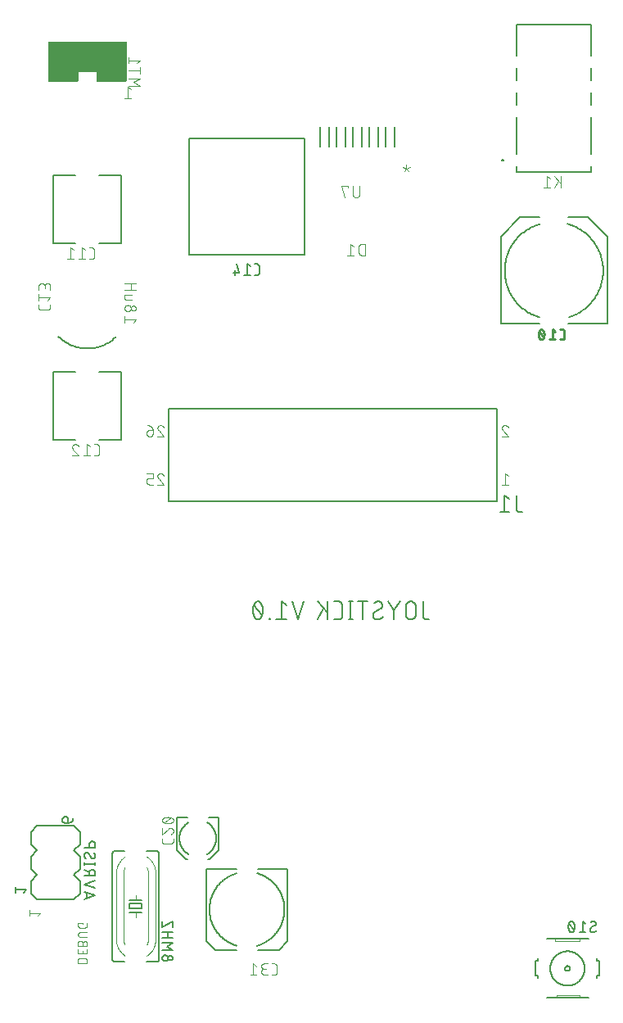
<source format=gbo>
G04 EAGLE Gerber RS-274X export*
G75*
%MOMM*%
%FSLAX34Y34*%
%LPD*%
%INBottom Silkscreen*%
%IPPOS*%
%AMOC8*
5,1,8,0,0,1.08239X$1,22.5*%
G01*
%ADD10C,0.101600*%
%ADD11C,0.152400*%
%ADD12C,0.200000*%
%ADD13C,0.203200*%
%ADD14C,0.050800*%
%ADD15C,0.127000*%
%ADD16C,0.076200*%
%ADD17C,0.254000*%

G36*
X53565Y957277D02*
X53565Y957277D01*
X53631Y957279D01*
X53674Y957297D01*
X53721Y957305D01*
X53778Y957339D01*
X53838Y957364D01*
X53873Y957395D01*
X53914Y957420D01*
X53956Y957471D01*
X54004Y957515D01*
X54026Y957557D01*
X54055Y957594D01*
X54076Y957656D01*
X54107Y957715D01*
X54115Y957769D01*
X54127Y957806D01*
X54126Y957846D01*
X54134Y957900D01*
X54134Y967266D01*
X72866Y967266D01*
X72866Y957900D01*
X72877Y957835D01*
X72879Y957769D01*
X72897Y957726D01*
X72905Y957679D01*
X72939Y957622D01*
X72964Y957562D01*
X72995Y957527D01*
X73020Y957486D01*
X73071Y957445D01*
X73115Y957396D01*
X73157Y957374D01*
X73194Y957345D01*
X73256Y957324D01*
X73315Y957293D01*
X73369Y957285D01*
X73406Y957273D01*
X73446Y957274D01*
X73500Y957266D01*
X103500Y957266D01*
X103565Y957277D01*
X103631Y957279D01*
X103674Y957297D01*
X103721Y957305D01*
X103778Y957339D01*
X103838Y957364D01*
X103873Y957395D01*
X103914Y957420D01*
X103956Y957471D01*
X104004Y957515D01*
X104026Y957557D01*
X104055Y957594D01*
X104076Y957656D01*
X104107Y957715D01*
X104115Y957769D01*
X104127Y957806D01*
X104126Y957846D01*
X104134Y957900D01*
X104134Y997900D01*
X104123Y997965D01*
X104121Y998031D01*
X104103Y998074D01*
X104095Y998121D01*
X104061Y998178D01*
X104036Y998238D01*
X104005Y998273D01*
X103980Y998314D01*
X103929Y998356D01*
X103885Y998404D01*
X103843Y998426D01*
X103806Y998455D01*
X103744Y998476D01*
X103685Y998507D01*
X103631Y998515D01*
X103594Y998527D01*
X103554Y998526D01*
X103500Y998534D01*
X23500Y998534D01*
X23435Y998523D01*
X23369Y998521D01*
X23326Y998503D01*
X23279Y998495D01*
X23222Y998461D01*
X23162Y998436D01*
X23127Y998405D01*
X23086Y998380D01*
X23045Y998329D01*
X22996Y998285D01*
X22974Y998243D01*
X22945Y998206D01*
X22924Y998144D01*
X22893Y998085D01*
X22885Y998031D01*
X22873Y997994D01*
X22874Y997955D01*
X22873Y997951D01*
X22873Y997947D01*
X22866Y997900D01*
X22866Y957900D01*
X22877Y957835D01*
X22879Y957769D01*
X22897Y957726D01*
X22905Y957679D01*
X22939Y957622D01*
X22964Y957562D01*
X22995Y957527D01*
X23020Y957486D01*
X23071Y957445D01*
X23115Y957396D01*
X23157Y957374D01*
X23194Y957345D01*
X23256Y957324D01*
X23315Y957293D01*
X23369Y957285D01*
X23406Y957273D01*
X23446Y957274D01*
X23500Y957266D01*
X53500Y957266D01*
X53565Y957277D01*
G37*
D10*
X12291Y94990D02*
X14732Y98041D01*
X3748Y98041D01*
X3748Y94990D02*
X3748Y101092D01*
D11*
X410679Y405668D02*
X410679Y420038D01*
X410679Y405668D02*
X410681Y405542D01*
X410687Y405415D01*
X410697Y405289D01*
X410710Y405163D01*
X410728Y405038D01*
X410749Y404914D01*
X410774Y404790D01*
X410803Y404666D01*
X410836Y404544D01*
X410872Y404423D01*
X410912Y404303D01*
X410956Y404185D01*
X411004Y404068D01*
X411055Y403952D01*
X411109Y403838D01*
X411168Y403725D01*
X411229Y403615D01*
X411294Y403506D01*
X411362Y403400D01*
X411434Y403296D01*
X411508Y403194D01*
X411586Y403094D01*
X411667Y402997D01*
X411751Y402902D01*
X411837Y402810D01*
X411927Y402720D01*
X412019Y402634D01*
X412114Y402550D01*
X412211Y402469D01*
X412311Y402391D01*
X412413Y402317D01*
X412517Y402245D01*
X412623Y402177D01*
X412732Y402112D01*
X412842Y402051D01*
X412955Y401992D01*
X413069Y401938D01*
X413185Y401887D01*
X413302Y401839D01*
X413420Y401795D01*
X413540Y401755D01*
X413661Y401719D01*
X413784Y401686D01*
X413907Y401657D01*
X414031Y401632D01*
X414155Y401611D01*
X414280Y401593D01*
X414406Y401580D01*
X414532Y401570D01*
X414659Y401564D01*
X414785Y401562D01*
X416838Y401562D01*
X403165Y406694D02*
X403165Y414906D01*
X403164Y414906D02*
X403162Y415047D01*
X403156Y415189D01*
X403146Y415330D01*
X403133Y415471D01*
X403115Y415611D01*
X403094Y415751D01*
X403069Y415890D01*
X403040Y416028D01*
X403007Y416166D01*
X402970Y416302D01*
X402930Y416438D01*
X402886Y416572D01*
X402838Y416705D01*
X402787Y416837D01*
X402732Y416968D01*
X402673Y417096D01*
X402611Y417223D01*
X402545Y417349D01*
X402476Y417472D01*
X402404Y417593D01*
X402328Y417713D01*
X402249Y417830D01*
X402167Y417945D01*
X402082Y418058D01*
X401993Y418169D01*
X401902Y418276D01*
X401808Y418382D01*
X401711Y418485D01*
X401611Y418585D01*
X401508Y418682D01*
X401402Y418776D01*
X401295Y418867D01*
X401184Y418956D01*
X401071Y419041D01*
X400956Y419123D01*
X400839Y419202D01*
X400719Y419278D01*
X400598Y419350D01*
X400475Y419419D01*
X400349Y419485D01*
X400222Y419547D01*
X400094Y419606D01*
X399963Y419661D01*
X399831Y419712D01*
X399698Y419760D01*
X399564Y419804D01*
X399428Y419844D01*
X399292Y419881D01*
X399154Y419914D01*
X399016Y419943D01*
X398877Y419968D01*
X398737Y419989D01*
X398597Y420007D01*
X398456Y420020D01*
X398315Y420030D01*
X398173Y420036D01*
X398032Y420038D01*
X397891Y420036D01*
X397749Y420030D01*
X397608Y420020D01*
X397467Y420007D01*
X397327Y419989D01*
X397187Y419968D01*
X397048Y419943D01*
X396910Y419914D01*
X396772Y419881D01*
X396636Y419844D01*
X396500Y419804D01*
X396366Y419760D01*
X396233Y419712D01*
X396101Y419661D01*
X395970Y419606D01*
X395842Y419547D01*
X395715Y419485D01*
X395589Y419419D01*
X395466Y419350D01*
X395345Y419278D01*
X395225Y419202D01*
X395108Y419123D01*
X394993Y419041D01*
X394880Y418956D01*
X394769Y418867D01*
X394662Y418776D01*
X394556Y418682D01*
X394453Y418585D01*
X394353Y418485D01*
X394256Y418382D01*
X394162Y418276D01*
X394071Y418169D01*
X393982Y418058D01*
X393897Y417945D01*
X393815Y417830D01*
X393736Y417713D01*
X393660Y417593D01*
X393588Y417472D01*
X393519Y417349D01*
X393453Y417223D01*
X393391Y417096D01*
X393332Y416968D01*
X393277Y416837D01*
X393226Y416705D01*
X393178Y416572D01*
X393134Y416438D01*
X393094Y416302D01*
X393057Y416166D01*
X393024Y416028D01*
X392995Y415890D01*
X392970Y415751D01*
X392949Y415611D01*
X392931Y415471D01*
X392918Y415330D01*
X392908Y415189D01*
X392902Y415047D01*
X392900Y414906D01*
X392900Y406694D01*
X392902Y406553D01*
X392908Y406411D01*
X392918Y406270D01*
X392931Y406129D01*
X392949Y405989D01*
X392970Y405849D01*
X392995Y405710D01*
X393024Y405572D01*
X393057Y405434D01*
X393094Y405298D01*
X393134Y405162D01*
X393178Y405028D01*
X393226Y404895D01*
X393277Y404763D01*
X393332Y404632D01*
X393391Y404504D01*
X393453Y404377D01*
X393519Y404251D01*
X393588Y404128D01*
X393660Y404007D01*
X393736Y403887D01*
X393815Y403770D01*
X393897Y403655D01*
X393982Y403542D01*
X394071Y403431D01*
X394162Y403324D01*
X394256Y403218D01*
X394353Y403115D01*
X394453Y403015D01*
X394556Y402918D01*
X394662Y402824D01*
X394769Y402733D01*
X394880Y402644D01*
X394993Y402559D01*
X395108Y402477D01*
X395225Y402398D01*
X395345Y402322D01*
X395466Y402250D01*
X395589Y402181D01*
X395715Y402115D01*
X395842Y402053D01*
X395970Y401994D01*
X396101Y401939D01*
X396233Y401888D01*
X396366Y401840D01*
X396500Y401796D01*
X396636Y401756D01*
X396772Y401719D01*
X396910Y401686D01*
X397048Y401657D01*
X397187Y401632D01*
X397327Y401611D01*
X397467Y401593D01*
X397608Y401580D01*
X397749Y401570D01*
X397891Y401564D01*
X398032Y401562D01*
X398173Y401564D01*
X398315Y401570D01*
X398456Y401580D01*
X398597Y401593D01*
X398737Y401611D01*
X398877Y401632D01*
X399016Y401657D01*
X399154Y401686D01*
X399292Y401719D01*
X399428Y401756D01*
X399564Y401796D01*
X399698Y401840D01*
X399831Y401888D01*
X399963Y401939D01*
X400094Y401994D01*
X400222Y402053D01*
X400349Y402115D01*
X400475Y402181D01*
X400598Y402250D01*
X400719Y402322D01*
X400839Y402398D01*
X400956Y402477D01*
X401071Y402559D01*
X401184Y402644D01*
X401295Y402733D01*
X401402Y402824D01*
X401508Y402918D01*
X401611Y403015D01*
X401711Y403115D01*
X401808Y403218D01*
X401902Y403324D01*
X401993Y403431D01*
X402082Y403542D01*
X402167Y403655D01*
X402249Y403770D01*
X402328Y403887D01*
X402404Y404007D01*
X402476Y404128D01*
X402545Y404251D01*
X402611Y404377D01*
X402673Y404504D01*
X402732Y404632D01*
X402787Y404763D01*
X402838Y404895D01*
X402886Y405028D01*
X402930Y405162D01*
X402970Y405298D01*
X403007Y405434D01*
X403040Y405572D01*
X403069Y405710D01*
X403094Y405849D01*
X403115Y405989D01*
X403133Y406129D01*
X403146Y406270D01*
X403156Y406411D01*
X403162Y406553D01*
X403164Y406694D01*
X386941Y420038D02*
X380782Y411313D01*
X374624Y420038D01*
X380782Y411313D02*
X380782Y401562D01*
X363081Y401562D02*
X362955Y401564D01*
X362828Y401570D01*
X362702Y401580D01*
X362576Y401593D01*
X362451Y401611D01*
X362327Y401632D01*
X362203Y401657D01*
X362080Y401686D01*
X361957Y401719D01*
X361836Y401755D01*
X361716Y401795D01*
X361598Y401839D01*
X361481Y401887D01*
X361365Y401938D01*
X361251Y401992D01*
X361138Y402051D01*
X361028Y402112D01*
X360919Y402177D01*
X360813Y402245D01*
X360709Y402317D01*
X360607Y402391D01*
X360507Y402469D01*
X360410Y402550D01*
X360315Y402634D01*
X360223Y402720D01*
X360133Y402810D01*
X360047Y402902D01*
X359963Y402997D01*
X359882Y403094D01*
X359804Y403194D01*
X359730Y403296D01*
X359658Y403400D01*
X359590Y403506D01*
X359525Y403615D01*
X359464Y403725D01*
X359405Y403838D01*
X359351Y403952D01*
X359300Y404068D01*
X359252Y404185D01*
X359208Y404303D01*
X359168Y404423D01*
X359132Y404544D01*
X359099Y404666D01*
X359070Y404790D01*
X359045Y404914D01*
X359024Y405038D01*
X359006Y405163D01*
X358993Y405289D01*
X358983Y405415D01*
X358977Y405542D01*
X358975Y405668D01*
X363081Y401562D02*
X363289Y401564D01*
X363496Y401572D01*
X363703Y401584D01*
X363910Y401602D01*
X364116Y401624D01*
X364322Y401651D01*
X364527Y401683D01*
X364731Y401720D01*
X364934Y401762D01*
X365137Y401809D01*
X365338Y401861D01*
X365537Y401917D01*
X365736Y401978D01*
X365933Y402044D01*
X366128Y402115D01*
X366321Y402190D01*
X366513Y402270D01*
X366702Y402354D01*
X366890Y402443D01*
X367075Y402536D01*
X367258Y402634D01*
X367439Y402736D01*
X367617Y402843D01*
X367793Y402953D01*
X367966Y403068D01*
X368136Y403187D01*
X368303Y403310D01*
X368467Y403437D01*
X368628Y403568D01*
X368786Y403702D01*
X368941Y403841D01*
X369092Y403983D01*
X369240Y404128D01*
X368727Y415932D02*
X368725Y416058D01*
X368719Y416185D01*
X368709Y416311D01*
X368696Y416437D01*
X368678Y416562D01*
X368657Y416686D01*
X368632Y416810D01*
X368603Y416934D01*
X368570Y417056D01*
X368534Y417177D01*
X368494Y417297D01*
X368450Y417415D01*
X368402Y417532D01*
X368351Y417648D01*
X368297Y417762D01*
X368238Y417875D01*
X368177Y417985D01*
X368112Y418094D01*
X368044Y418200D01*
X367972Y418304D01*
X367898Y418406D01*
X367820Y418506D01*
X367739Y418603D01*
X367655Y418698D01*
X367569Y418790D01*
X367479Y418880D01*
X367387Y418966D01*
X367292Y419050D01*
X367195Y419131D01*
X367095Y419209D01*
X366993Y419283D01*
X366889Y419355D01*
X366783Y419423D01*
X366674Y419488D01*
X366564Y419549D01*
X366451Y419608D01*
X366337Y419662D01*
X366221Y419713D01*
X366104Y419761D01*
X365986Y419805D01*
X365866Y419845D01*
X365745Y419881D01*
X365623Y419914D01*
X365499Y419943D01*
X365375Y419968D01*
X365251Y419989D01*
X365126Y420007D01*
X365000Y420020D01*
X364874Y420030D01*
X364747Y420036D01*
X364621Y420038D01*
X364438Y420036D01*
X364254Y420029D01*
X364071Y420018D01*
X363888Y420003D01*
X363706Y419983D01*
X363524Y419959D01*
X363343Y419931D01*
X363162Y419898D01*
X362982Y419862D01*
X362804Y419820D01*
X362626Y419775D01*
X362449Y419725D01*
X362274Y419671D01*
X362100Y419613D01*
X361927Y419551D01*
X361756Y419485D01*
X361587Y419415D01*
X361419Y419340D01*
X361253Y419262D01*
X361089Y419180D01*
X360927Y419094D01*
X360767Y419004D01*
X360609Y418910D01*
X360454Y418813D01*
X360301Y418711D01*
X360150Y418607D01*
X360002Y418498D01*
X366673Y412339D02*
X366782Y412406D01*
X366888Y412475D01*
X366993Y412548D01*
X367095Y412624D01*
X367195Y412703D01*
X367292Y412785D01*
X367387Y412870D01*
X367479Y412958D01*
X367569Y413049D01*
X367655Y413142D01*
X367739Y413238D01*
X367820Y413337D01*
X367898Y413437D01*
X367972Y413541D01*
X368044Y413646D01*
X368112Y413754D01*
X368177Y413863D01*
X368238Y413975D01*
X368296Y414088D01*
X368351Y414203D01*
X368402Y414320D01*
X368449Y414438D01*
X368493Y414557D01*
X368533Y414678D01*
X368569Y414800D01*
X368602Y414923D01*
X368631Y415047D01*
X368656Y415172D01*
X368677Y415298D01*
X368695Y415424D01*
X368709Y415551D01*
X368718Y415677D01*
X368724Y415805D01*
X368726Y415932D01*
X361028Y409261D02*
X360919Y409194D01*
X360813Y409125D01*
X360708Y409052D01*
X360606Y408976D01*
X360506Y408897D01*
X360409Y408815D01*
X360314Y408730D01*
X360222Y408642D01*
X360132Y408551D01*
X360046Y408458D01*
X359962Y408362D01*
X359881Y408264D01*
X359804Y408163D01*
X359729Y408059D01*
X359657Y407954D01*
X359589Y407847D01*
X359524Y407737D01*
X359463Y407625D01*
X359405Y407512D01*
X359350Y407397D01*
X359299Y407280D01*
X359252Y407162D01*
X359208Y407043D01*
X359168Y406922D01*
X359132Y406800D01*
X359099Y406677D01*
X359070Y406553D01*
X359045Y406428D01*
X359024Y406302D01*
X359006Y406176D01*
X358992Y406049D01*
X358983Y405923D01*
X358977Y405795D01*
X358975Y405668D01*
X361028Y409260D02*
X366673Y412340D01*
X348582Y420038D02*
X348582Y401562D01*
X353715Y420038D02*
X343450Y420038D01*
X335932Y420038D02*
X335932Y401562D01*
X337985Y401562D02*
X333879Y401562D01*
X333879Y420038D02*
X337985Y420038D01*
X323193Y401562D02*
X319087Y401562D01*
X323193Y401562D02*
X323319Y401564D01*
X323446Y401570D01*
X323572Y401580D01*
X323698Y401593D01*
X323823Y401611D01*
X323947Y401632D01*
X324071Y401657D01*
X324195Y401686D01*
X324317Y401719D01*
X324438Y401755D01*
X324558Y401795D01*
X324676Y401839D01*
X324793Y401887D01*
X324909Y401938D01*
X325023Y401992D01*
X325136Y402051D01*
X325246Y402112D01*
X325355Y402177D01*
X325461Y402245D01*
X325565Y402317D01*
X325667Y402391D01*
X325767Y402469D01*
X325864Y402550D01*
X325959Y402634D01*
X326051Y402720D01*
X326141Y402810D01*
X326227Y402902D01*
X326311Y402997D01*
X326392Y403094D01*
X326470Y403194D01*
X326544Y403296D01*
X326616Y403400D01*
X326684Y403506D01*
X326749Y403615D01*
X326810Y403725D01*
X326869Y403838D01*
X326923Y403952D01*
X326974Y404068D01*
X327022Y404185D01*
X327066Y404303D01*
X327106Y404423D01*
X327142Y404544D01*
X327175Y404666D01*
X327204Y404790D01*
X327229Y404914D01*
X327250Y405038D01*
X327268Y405163D01*
X327281Y405289D01*
X327291Y405415D01*
X327297Y405542D01*
X327299Y405668D01*
X327299Y415932D01*
X327297Y416058D01*
X327291Y416185D01*
X327281Y416311D01*
X327268Y416437D01*
X327250Y416562D01*
X327229Y416686D01*
X327204Y416810D01*
X327175Y416934D01*
X327142Y417056D01*
X327106Y417177D01*
X327066Y417297D01*
X327022Y417415D01*
X326974Y417532D01*
X326923Y417648D01*
X326869Y417762D01*
X326810Y417875D01*
X326749Y417985D01*
X326684Y418094D01*
X326616Y418200D01*
X326544Y418304D01*
X326470Y418406D01*
X326392Y418506D01*
X326311Y418603D01*
X326227Y418698D01*
X326141Y418790D01*
X326051Y418880D01*
X325959Y418966D01*
X325864Y419050D01*
X325767Y419131D01*
X325667Y419209D01*
X325565Y419283D01*
X325461Y419355D01*
X325355Y419423D01*
X325246Y419488D01*
X325136Y419549D01*
X325023Y419608D01*
X324909Y419662D01*
X324793Y419713D01*
X324676Y419761D01*
X324558Y419805D01*
X324438Y419845D01*
X324317Y419881D01*
X324195Y419914D01*
X324071Y419943D01*
X323947Y419968D01*
X323823Y419989D01*
X323698Y420007D01*
X323572Y420020D01*
X323446Y420030D01*
X323319Y420036D01*
X323193Y420038D01*
X319087Y420038D01*
X312125Y420038D02*
X312125Y401562D01*
X312125Y408747D02*
X301861Y420038D01*
X308019Y412853D02*
X301861Y401562D01*
X281307Y401562D02*
X287466Y420038D01*
X275149Y420038D02*
X281307Y401562D01*
X269190Y415932D02*
X264057Y420038D01*
X264057Y401562D01*
X258925Y401562D02*
X269190Y401562D01*
X252496Y401562D02*
X252496Y402588D01*
X251469Y402588D01*
X251469Y401562D01*
X252496Y401562D01*
X245040Y410800D02*
X245036Y411163D01*
X245023Y411527D01*
X245001Y411890D01*
X244971Y412252D01*
X244932Y412613D01*
X244884Y412974D01*
X244828Y413333D01*
X244763Y413690D01*
X244690Y414046D01*
X244608Y414401D01*
X244518Y414753D01*
X244419Y415103D01*
X244313Y415450D01*
X244197Y415795D01*
X244074Y416137D01*
X243943Y416476D01*
X243803Y416811D01*
X243656Y417143D01*
X243500Y417472D01*
X243459Y417585D01*
X243414Y417698D01*
X243366Y417808D01*
X243314Y417918D01*
X243259Y418025D01*
X243201Y418131D01*
X243139Y418235D01*
X243074Y418336D01*
X243006Y418436D01*
X242934Y418534D01*
X242860Y418629D01*
X242782Y418721D01*
X242702Y418812D01*
X242619Y418899D01*
X242533Y418984D01*
X242444Y419066D01*
X242353Y419145D01*
X242259Y419222D01*
X242163Y419295D01*
X242065Y419365D01*
X241965Y419432D01*
X241862Y419496D01*
X241758Y419557D01*
X241651Y419614D01*
X241543Y419668D01*
X241433Y419718D01*
X241322Y419765D01*
X241209Y419808D01*
X241095Y419847D01*
X240979Y419883D01*
X240863Y419916D01*
X240746Y419944D01*
X240627Y419969D01*
X240508Y419990D01*
X240389Y420007D01*
X240269Y420021D01*
X240148Y420030D01*
X240028Y420036D01*
X239907Y420038D01*
X239786Y420036D01*
X239666Y420030D01*
X239545Y420021D01*
X239425Y420007D01*
X239306Y419990D01*
X239187Y419969D01*
X239068Y419944D01*
X238951Y419916D01*
X238835Y419883D01*
X238719Y419847D01*
X238605Y419808D01*
X238492Y419765D01*
X238381Y419718D01*
X238271Y419668D01*
X238163Y419614D01*
X238056Y419557D01*
X237952Y419496D01*
X237849Y419432D01*
X237749Y419365D01*
X237651Y419295D01*
X237555Y419222D01*
X237461Y419145D01*
X237370Y419066D01*
X237281Y418984D01*
X237195Y418899D01*
X237112Y418812D01*
X237032Y418721D01*
X236954Y418629D01*
X236880Y418534D01*
X236808Y418436D01*
X236740Y418336D01*
X236675Y418235D01*
X236613Y418131D01*
X236555Y418025D01*
X236500Y417918D01*
X236448Y417808D01*
X236400Y417698D01*
X236355Y417585D01*
X236314Y417472D01*
X236316Y417472D02*
X236160Y417143D01*
X236013Y416811D01*
X235873Y416475D01*
X235742Y416136D01*
X235619Y415795D01*
X235503Y415450D01*
X235397Y415102D01*
X235298Y414752D01*
X235208Y414400D01*
X235126Y414046D01*
X235053Y413690D01*
X234988Y413333D01*
X234932Y412973D01*
X234884Y412613D01*
X234845Y412252D01*
X234815Y411890D01*
X234793Y411527D01*
X234780Y411163D01*
X234776Y410800D01*
X245040Y410800D02*
X245036Y410437D01*
X245023Y410073D01*
X245001Y409710D01*
X244971Y409348D01*
X244932Y408987D01*
X244884Y408626D01*
X244828Y408267D01*
X244763Y407910D01*
X244690Y407554D01*
X244608Y407199D01*
X244518Y406847D01*
X244419Y406497D01*
X244313Y406150D01*
X244197Y405805D01*
X244074Y405463D01*
X243943Y405124D01*
X243803Y404789D01*
X243656Y404457D01*
X243500Y404128D01*
X243459Y404015D01*
X243414Y403902D01*
X243366Y403792D01*
X243314Y403682D01*
X243259Y403575D01*
X243201Y403469D01*
X243139Y403365D01*
X243074Y403264D01*
X243006Y403164D01*
X242934Y403066D01*
X242860Y402971D01*
X242782Y402879D01*
X242702Y402788D01*
X242619Y402701D01*
X242533Y402616D01*
X242444Y402534D01*
X242353Y402455D01*
X242259Y402378D01*
X242163Y402305D01*
X242065Y402235D01*
X241965Y402168D01*
X241862Y402104D01*
X241758Y402043D01*
X241651Y401986D01*
X241543Y401932D01*
X241433Y401882D01*
X241322Y401835D01*
X241209Y401792D01*
X241095Y401753D01*
X240979Y401717D01*
X240863Y401684D01*
X240746Y401656D01*
X240627Y401631D01*
X240508Y401610D01*
X240389Y401593D01*
X240269Y401579D01*
X240148Y401570D01*
X240028Y401564D01*
X239907Y401562D01*
X236315Y404128D02*
X236159Y404457D01*
X236012Y404789D01*
X235872Y405124D01*
X235741Y405463D01*
X235618Y405805D01*
X235502Y406150D01*
X235396Y406497D01*
X235297Y406847D01*
X235207Y407199D01*
X235125Y407554D01*
X235052Y407910D01*
X234987Y408267D01*
X234931Y408626D01*
X234883Y408987D01*
X234844Y409348D01*
X234814Y409710D01*
X234792Y410073D01*
X234779Y410437D01*
X234775Y410800D01*
X236314Y404128D02*
X236355Y404015D01*
X236400Y403902D01*
X236448Y403792D01*
X236500Y403682D01*
X236555Y403575D01*
X236613Y403469D01*
X236675Y403365D01*
X236740Y403264D01*
X236808Y403164D01*
X236880Y403066D01*
X236954Y402971D01*
X237032Y402879D01*
X237112Y402788D01*
X237195Y402701D01*
X237281Y402616D01*
X237370Y402534D01*
X237461Y402455D01*
X237555Y402378D01*
X237651Y402305D01*
X237749Y402235D01*
X237849Y402168D01*
X237952Y402104D01*
X238056Y402043D01*
X238163Y401986D01*
X238271Y401932D01*
X238381Y401882D01*
X238492Y401835D01*
X238605Y401792D01*
X238719Y401753D01*
X238835Y401717D01*
X238951Y401684D01*
X239068Y401656D01*
X239187Y401631D01*
X239306Y401610D01*
X239425Y401593D01*
X239545Y401579D01*
X239666Y401570D01*
X239786Y401564D01*
X239907Y401562D01*
X244013Y405668D02*
X235802Y415932D01*
D10*
X108712Y949396D02*
X105466Y951992D01*
X105466Y940308D01*
X102221Y940308D02*
X108712Y940308D01*
X105918Y953008D02*
X117602Y953008D01*
X111111Y956903D01*
X117602Y960797D01*
X105918Y960797D01*
X105918Y968714D02*
X117602Y968714D01*
X117602Y971959D02*
X117602Y965468D01*
X115006Y976136D02*
X117602Y979382D01*
X105918Y979382D01*
X105918Y982627D02*
X105918Y976136D01*
D12*
X487100Y619180D02*
X487100Y523820D01*
X147900Y523820D01*
X147900Y619180D01*
X487100Y619180D01*
D10*
X495706Y552572D02*
X498952Y549976D01*
X495706Y552572D02*
X495706Y540888D01*
X492461Y540888D02*
X498952Y540888D01*
X492461Y599191D02*
X492463Y599298D01*
X492469Y599404D01*
X492479Y599510D01*
X492492Y599616D01*
X492510Y599722D01*
X492531Y599826D01*
X492556Y599930D01*
X492585Y600033D01*
X492617Y600134D01*
X492654Y600234D01*
X492694Y600333D01*
X492737Y600431D01*
X492784Y600527D01*
X492835Y600621D01*
X492889Y600713D01*
X492946Y600803D01*
X493006Y600891D01*
X493070Y600976D01*
X493137Y601059D01*
X493207Y601140D01*
X493279Y601218D01*
X493355Y601294D01*
X493433Y601366D01*
X493514Y601436D01*
X493597Y601503D01*
X493682Y601567D01*
X493770Y601627D01*
X493860Y601684D01*
X493952Y601738D01*
X494046Y601789D01*
X494142Y601836D01*
X494240Y601879D01*
X494339Y601919D01*
X494439Y601956D01*
X494540Y601988D01*
X494643Y602017D01*
X494747Y602042D01*
X494851Y602063D01*
X494957Y602081D01*
X495063Y602094D01*
X495169Y602104D01*
X495275Y602110D01*
X495382Y602112D01*
X495503Y602110D01*
X495624Y602104D01*
X495744Y602094D01*
X495865Y602081D01*
X495984Y602063D01*
X496104Y602042D01*
X496222Y602017D01*
X496339Y601988D01*
X496456Y601955D01*
X496571Y601919D01*
X496685Y601878D01*
X496798Y601835D01*
X496910Y601787D01*
X497019Y601736D01*
X497127Y601681D01*
X497234Y601623D01*
X497338Y601562D01*
X497440Y601497D01*
X497540Y601429D01*
X497638Y601358D01*
X497734Y601284D01*
X497827Y601207D01*
X497917Y601126D01*
X498005Y601043D01*
X498090Y600957D01*
X498173Y600868D01*
X498252Y600777D01*
X498329Y600683D01*
X498402Y600587D01*
X498472Y600489D01*
X498539Y600388D01*
X498603Y600285D01*
X498664Y600180D01*
X498721Y600073D01*
X498774Y599965D01*
X498824Y599855D01*
X498870Y599743D01*
X498913Y599630D01*
X498952Y599515D01*
X493435Y596919D02*
X493356Y596997D01*
X493280Y597077D01*
X493207Y597160D01*
X493137Y597246D01*
X493070Y597333D01*
X493006Y597424D01*
X492946Y597516D01*
X492888Y597610D01*
X492834Y597707D01*
X492784Y597805D01*
X492737Y597905D01*
X492693Y598006D01*
X492653Y598109D01*
X492617Y598214D01*
X492585Y598319D01*
X492556Y598426D01*
X492531Y598533D01*
X492509Y598642D01*
X492492Y598751D01*
X492478Y598860D01*
X492469Y598970D01*
X492463Y599081D01*
X492461Y599191D01*
X493435Y596919D02*
X498952Y590428D01*
X492461Y590428D01*
X139052Y552572D02*
X138945Y552570D01*
X138839Y552564D01*
X138733Y552554D01*
X138627Y552541D01*
X138521Y552523D01*
X138417Y552502D01*
X138313Y552477D01*
X138210Y552448D01*
X138109Y552416D01*
X138009Y552379D01*
X137910Y552339D01*
X137812Y552296D01*
X137716Y552249D01*
X137622Y552198D01*
X137530Y552144D01*
X137440Y552087D01*
X137352Y552027D01*
X137267Y551963D01*
X137184Y551896D01*
X137103Y551826D01*
X137025Y551754D01*
X136949Y551678D01*
X136877Y551600D01*
X136807Y551519D01*
X136740Y551436D01*
X136676Y551351D01*
X136616Y551263D01*
X136559Y551173D01*
X136505Y551081D01*
X136454Y550987D01*
X136407Y550891D01*
X136364Y550793D01*
X136324Y550694D01*
X136287Y550594D01*
X136255Y550493D01*
X136226Y550390D01*
X136201Y550286D01*
X136180Y550182D01*
X136162Y550076D01*
X136149Y549970D01*
X136139Y549864D01*
X136133Y549758D01*
X136131Y549651D01*
X139052Y552572D02*
X139173Y552570D01*
X139294Y552564D01*
X139414Y552554D01*
X139535Y552541D01*
X139654Y552523D01*
X139774Y552502D01*
X139892Y552477D01*
X140009Y552448D01*
X140126Y552415D01*
X140241Y552379D01*
X140355Y552338D01*
X140468Y552295D01*
X140580Y552247D01*
X140689Y552196D01*
X140797Y552141D01*
X140904Y552083D01*
X141008Y552022D01*
X141110Y551957D01*
X141210Y551889D01*
X141308Y551818D01*
X141404Y551744D01*
X141497Y551667D01*
X141587Y551586D01*
X141675Y551503D01*
X141760Y551417D01*
X141843Y551328D01*
X141922Y551237D01*
X141999Y551143D01*
X142072Y551047D01*
X142142Y550949D01*
X142209Y550848D01*
X142273Y550745D01*
X142334Y550640D01*
X142391Y550533D01*
X142444Y550425D01*
X142494Y550315D01*
X142540Y550203D01*
X142583Y550090D01*
X142622Y549975D01*
X137105Y547379D02*
X137026Y547457D01*
X136950Y547537D01*
X136877Y547620D01*
X136807Y547706D01*
X136740Y547793D01*
X136676Y547884D01*
X136616Y547976D01*
X136558Y548070D01*
X136504Y548167D01*
X136454Y548265D01*
X136407Y548365D01*
X136363Y548466D01*
X136323Y548569D01*
X136287Y548674D01*
X136255Y548779D01*
X136226Y548886D01*
X136201Y548993D01*
X136179Y549102D01*
X136162Y549211D01*
X136148Y549320D01*
X136139Y549430D01*
X136133Y549541D01*
X136131Y549651D01*
X137105Y547379D02*
X142622Y540888D01*
X136131Y540888D01*
X131192Y540888D02*
X127297Y540888D01*
X127198Y540890D01*
X127098Y540896D01*
X126999Y540905D01*
X126901Y540918D01*
X126803Y540935D01*
X126705Y540956D01*
X126609Y540981D01*
X126514Y541009D01*
X126420Y541041D01*
X126327Y541076D01*
X126235Y541115D01*
X126145Y541158D01*
X126057Y541203D01*
X125970Y541253D01*
X125886Y541305D01*
X125803Y541361D01*
X125723Y541419D01*
X125645Y541481D01*
X125570Y541546D01*
X125497Y541614D01*
X125427Y541684D01*
X125359Y541757D01*
X125294Y541832D01*
X125232Y541910D01*
X125174Y541990D01*
X125118Y542073D01*
X125066Y542157D01*
X125016Y542244D01*
X124971Y542332D01*
X124928Y542422D01*
X124889Y542514D01*
X124854Y542607D01*
X124822Y542701D01*
X124794Y542796D01*
X124769Y542892D01*
X124748Y542990D01*
X124731Y543088D01*
X124718Y543186D01*
X124709Y543285D01*
X124703Y543385D01*
X124701Y543484D01*
X124701Y544783D01*
X124703Y544882D01*
X124709Y544982D01*
X124718Y545081D01*
X124731Y545179D01*
X124748Y545277D01*
X124769Y545375D01*
X124794Y545471D01*
X124822Y545566D01*
X124854Y545660D01*
X124889Y545753D01*
X124928Y545845D01*
X124971Y545935D01*
X125016Y546023D01*
X125066Y546110D01*
X125118Y546194D01*
X125174Y546277D01*
X125232Y546357D01*
X125294Y546435D01*
X125359Y546510D01*
X125427Y546583D01*
X125497Y546653D01*
X125570Y546721D01*
X125645Y546786D01*
X125723Y546848D01*
X125803Y546906D01*
X125886Y546962D01*
X125970Y547014D01*
X126057Y547064D01*
X126145Y547109D01*
X126235Y547152D01*
X126327Y547191D01*
X126420Y547226D01*
X126514Y547258D01*
X126609Y547286D01*
X126705Y547311D01*
X126803Y547332D01*
X126901Y547349D01*
X126999Y547362D01*
X127098Y547371D01*
X127198Y547377D01*
X127297Y547379D01*
X131192Y547379D01*
X131192Y552572D01*
X124701Y552572D01*
X136131Y599191D02*
X136133Y599298D01*
X136139Y599404D01*
X136149Y599510D01*
X136162Y599616D01*
X136180Y599722D01*
X136201Y599826D01*
X136226Y599930D01*
X136255Y600033D01*
X136287Y600134D01*
X136324Y600234D01*
X136364Y600333D01*
X136407Y600431D01*
X136454Y600527D01*
X136505Y600621D01*
X136559Y600713D01*
X136616Y600803D01*
X136676Y600891D01*
X136740Y600976D01*
X136807Y601059D01*
X136877Y601140D01*
X136949Y601218D01*
X137025Y601294D01*
X137103Y601366D01*
X137184Y601436D01*
X137267Y601503D01*
X137352Y601567D01*
X137440Y601627D01*
X137530Y601684D01*
X137622Y601738D01*
X137716Y601789D01*
X137812Y601836D01*
X137910Y601879D01*
X138009Y601919D01*
X138109Y601956D01*
X138210Y601988D01*
X138313Y602017D01*
X138417Y602042D01*
X138521Y602063D01*
X138627Y602081D01*
X138733Y602094D01*
X138839Y602104D01*
X138945Y602110D01*
X139052Y602112D01*
X139173Y602110D01*
X139294Y602104D01*
X139414Y602094D01*
X139535Y602081D01*
X139654Y602063D01*
X139774Y602042D01*
X139892Y602017D01*
X140009Y601988D01*
X140126Y601955D01*
X140241Y601919D01*
X140355Y601878D01*
X140468Y601835D01*
X140580Y601787D01*
X140689Y601736D01*
X140797Y601681D01*
X140904Y601623D01*
X141008Y601562D01*
X141110Y601497D01*
X141210Y601429D01*
X141308Y601358D01*
X141404Y601284D01*
X141497Y601207D01*
X141587Y601126D01*
X141675Y601043D01*
X141760Y600957D01*
X141843Y600868D01*
X141922Y600777D01*
X141999Y600683D01*
X142072Y600587D01*
X142142Y600489D01*
X142209Y600388D01*
X142273Y600285D01*
X142334Y600180D01*
X142391Y600073D01*
X142444Y599965D01*
X142494Y599855D01*
X142540Y599743D01*
X142583Y599630D01*
X142622Y599515D01*
X137105Y596919D02*
X137026Y596997D01*
X136950Y597077D01*
X136877Y597160D01*
X136807Y597246D01*
X136740Y597333D01*
X136676Y597424D01*
X136616Y597516D01*
X136558Y597610D01*
X136504Y597707D01*
X136454Y597805D01*
X136407Y597905D01*
X136363Y598006D01*
X136323Y598109D01*
X136287Y598214D01*
X136255Y598319D01*
X136226Y598426D01*
X136201Y598533D01*
X136179Y598642D01*
X136162Y598751D01*
X136148Y598860D01*
X136139Y598970D01*
X136133Y599081D01*
X136131Y599191D01*
X137105Y596919D02*
X142622Y590428D01*
X136131Y590428D01*
X131192Y596919D02*
X127297Y596919D01*
X127198Y596917D01*
X127098Y596911D01*
X126999Y596902D01*
X126901Y596889D01*
X126803Y596872D01*
X126705Y596851D01*
X126609Y596826D01*
X126514Y596798D01*
X126420Y596766D01*
X126327Y596731D01*
X126235Y596692D01*
X126145Y596649D01*
X126057Y596604D01*
X125970Y596554D01*
X125886Y596502D01*
X125803Y596446D01*
X125723Y596388D01*
X125645Y596326D01*
X125570Y596261D01*
X125497Y596193D01*
X125427Y596123D01*
X125359Y596050D01*
X125294Y595975D01*
X125232Y595897D01*
X125174Y595817D01*
X125118Y595734D01*
X125066Y595650D01*
X125016Y595563D01*
X124971Y595475D01*
X124928Y595385D01*
X124889Y595293D01*
X124854Y595200D01*
X124822Y595106D01*
X124794Y595011D01*
X124769Y594915D01*
X124748Y594817D01*
X124731Y594719D01*
X124718Y594621D01*
X124709Y594522D01*
X124703Y594422D01*
X124701Y594323D01*
X124701Y593674D01*
X124700Y593674D02*
X124702Y593561D01*
X124708Y593448D01*
X124718Y593335D01*
X124732Y593222D01*
X124749Y593110D01*
X124771Y592999D01*
X124796Y592889D01*
X124826Y592779D01*
X124859Y592671D01*
X124896Y592564D01*
X124936Y592458D01*
X124981Y592354D01*
X125029Y592251D01*
X125080Y592150D01*
X125135Y592051D01*
X125193Y591954D01*
X125255Y591859D01*
X125320Y591766D01*
X125388Y591676D01*
X125459Y591588D01*
X125534Y591502D01*
X125611Y591419D01*
X125691Y591339D01*
X125774Y591262D01*
X125860Y591187D01*
X125948Y591116D01*
X126038Y591048D01*
X126131Y590983D01*
X126226Y590921D01*
X126323Y590863D01*
X126422Y590808D01*
X126523Y590757D01*
X126626Y590709D01*
X126730Y590664D01*
X126836Y590624D01*
X126943Y590587D01*
X127051Y590554D01*
X127161Y590524D01*
X127271Y590499D01*
X127382Y590477D01*
X127494Y590460D01*
X127607Y590446D01*
X127720Y590436D01*
X127833Y590430D01*
X127946Y590428D01*
X128059Y590430D01*
X128172Y590436D01*
X128285Y590446D01*
X128398Y590460D01*
X128510Y590477D01*
X128621Y590499D01*
X128731Y590524D01*
X128841Y590554D01*
X128949Y590587D01*
X129056Y590624D01*
X129162Y590664D01*
X129266Y590709D01*
X129369Y590757D01*
X129470Y590808D01*
X129569Y590863D01*
X129666Y590921D01*
X129761Y590983D01*
X129854Y591048D01*
X129944Y591116D01*
X130032Y591187D01*
X130118Y591262D01*
X130201Y591339D01*
X130281Y591419D01*
X130358Y591502D01*
X130433Y591588D01*
X130504Y591676D01*
X130572Y591766D01*
X130637Y591859D01*
X130699Y591954D01*
X130757Y592051D01*
X130812Y592150D01*
X130863Y592251D01*
X130911Y592354D01*
X130956Y592458D01*
X130996Y592564D01*
X131033Y592671D01*
X131066Y592779D01*
X131096Y592889D01*
X131121Y592999D01*
X131143Y593110D01*
X131160Y593222D01*
X131174Y593335D01*
X131184Y593448D01*
X131190Y593561D01*
X131192Y593674D01*
X131192Y596919D01*
X131190Y597062D01*
X131184Y597205D01*
X131174Y597348D01*
X131160Y597490D01*
X131143Y597632D01*
X131121Y597774D01*
X131096Y597915D01*
X131066Y598055D01*
X131033Y598194D01*
X130996Y598332D01*
X130955Y598469D01*
X130911Y598605D01*
X130862Y598740D01*
X130810Y598873D01*
X130755Y599005D01*
X130695Y599135D01*
X130632Y599264D01*
X130566Y599391D01*
X130496Y599516D01*
X130423Y599638D01*
X130346Y599759D01*
X130266Y599878D01*
X130183Y599994D01*
X130097Y600109D01*
X130008Y600220D01*
X129915Y600330D01*
X129820Y600436D01*
X129721Y600540D01*
X129620Y600641D01*
X129516Y600740D01*
X129410Y600835D01*
X129300Y600928D01*
X129189Y601017D01*
X129074Y601103D01*
X128958Y601186D01*
X128839Y601266D01*
X128718Y601343D01*
X128596Y601416D01*
X128471Y601486D01*
X128344Y601552D01*
X128215Y601615D01*
X128085Y601675D01*
X127953Y601730D01*
X127820Y601782D01*
X127685Y601831D01*
X127549Y601875D01*
X127412Y601916D01*
X127274Y601953D01*
X127135Y601986D01*
X126995Y602016D01*
X126854Y602041D01*
X126712Y602063D01*
X126570Y602080D01*
X126428Y602094D01*
X126285Y602104D01*
X126142Y602110D01*
X125999Y602112D01*
D11*
X507291Y529828D02*
X507291Y516197D01*
X507293Y516075D01*
X507299Y515952D01*
X507308Y515830D01*
X507322Y515709D01*
X507339Y515588D01*
X507360Y515467D01*
X507385Y515347D01*
X507413Y515228D01*
X507446Y515110D01*
X507482Y514993D01*
X507521Y514878D01*
X507565Y514763D01*
X507611Y514650D01*
X507662Y514539D01*
X507716Y514429D01*
X507773Y514321D01*
X507833Y514214D01*
X507897Y514110D01*
X507965Y514008D01*
X508035Y513908D01*
X508108Y513810D01*
X508185Y513714D01*
X508264Y513621D01*
X508347Y513531D01*
X508432Y513443D01*
X508520Y513358D01*
X508610Y513275D01*
X508703Y513196D01*
X508799Y513119D01*
X508897Y513046D01*
X508997Y512976D01*
X509099Y512908D01*
X509203Y512844D01*
X509310Y512784D01*
X509418Y512727D01*
X509528Y512673D01*
X509639Y512622D01*
X509752Y512576D01*
X509867Y512532D01*
X509982Y512493D01*
X510099Y512457D01*
X510217Y512424D01*
X510336Y512396D01*
X510456Y512371D01*
X510577Y512350D01*
X510698Y512333D01*
X510819Y512319D01*
X510941Y512310D01*
X511064Y512304D01*
X511186Y512302D01*
X513133Y512302D01*
X499959Y525933D02*
X495090Y529828D01*
X495090Y512302D01*
X490222Y512302D02*
X499959Y512302D01*
D13*
X199300Y196760D02*
X199300Y162760D01*
X199300Y196760D02*
X188800Y196760D01*
X166800Y196760D02*
X156300Y196760D01*
X156300Y162760D01*
X165300Y153760D02*
X166800Y153760D01*
X188300Y153760D02*
X190300Y153760D01*
X199300Y162760D01*
X165300Y153760D02*
X156300Y162760D01*
X187300Y158760D02*
X187699Y158997D01*
X188093Y159243D01*
X188480Y159499D01*
X188861Y159764D01*
X189236Y160038D01*
X189603Y160321D01*
X189964Y160614D01*
X190318Y160914D01*
X190664Y161224D01*
X191002Y161542D01*
X191332Y161868D01*
X191655Y162201D01*
X191969Y162543D01*
X192275Y162892D01*
X192572Y163249D01*
X192861Y163613D01*
X193140Y163983D01*
X193410Y164361D01*
X193671Y164744D01*
X193923Y165134D01*
X194165Y165530D01*
X194398Y165932D01*
X194620Y166340D01*
X194832Y166752D01*
X195035Y167170D01*
X195227Y167593D01*
X195409Y168020D01*
X195580Y168451D01*
X195741Y168887D01*
X195891Y169326D01*
X196030Y169769D01*
X196158Y170215D01*
X196276Y170664D01*
X196382Y171116D01*
X196478Y171570D01*
X196562Y172026D01*
X196636Y172485D01*
X196698Y172945D01*
X196749Y173406D01*
X196788Y173869D01*
X196816Y174332D01*
X196833Y174796D01*
X196839Y175260D01*
X196833Y175724D01*
X196816Y176188D01*
X196788Y176651D01*
X196749Y177114D01*
X196698Y177575D01*
X196636Y178035D01*
X196562Y178494D01*
X196478Y178950D01*
X196382Y179404D01*
X196276Y179856D01*
X196158Y180305D01*
X196030Y180751D01*
X195891Y181194D01*
X195741Y181633D01*
X195580Y182069D01*
X195409Y182500D01*
X195227Y182927D01*
X195035Y183350D01*
X194832Y183768D01*
X194620Y184180D01*
X194398Y184588D01*
X194165Y184990D01*
X193923Y185386D01*
X193671Y185776D01*
X193410Y186159D01*
X193140Y186537D01*
X192861Y186907D01*
X192572Y187271D01*
X192275Y187628D01*
X191969Y187977D01*
X191655Y188319D01*
X191332Y188652D01*
X191002Y188978D01*
X190664Y189296D01*
X190318Y189606D01*
X189964Y189906D01*
X189603Y190199D01*
X189236Y190482D01*
X188861Y190756D01*
X188480Y191021D01*
X188093Y191277D01*
X187699Y191523D01*
X187300Y191760D01*
X168300Y191760D02*
X167901Y191523D01*
X167507Y191277D01*
X167120Y191021D01*
X166739Y190756D01*
X166364Y190482D01*
X165997Y190199D01*
X165636Y189906D01*
X165282Y189606D01*
X164936Y189296D01*
X164598Y188978D01*
X164268Y188652D01*
X163945Y188319D01*
X163631Y187977D01*
X163325Y187628D01*
X163028Y187271D01*
X162739Y186907D01*
X162460Y186537D01*
X162190Y186159D01*
X161929Y185776D01*
X161677Y185386D01*
X161435Y184990D01*
X161202Y184588D01*
X160980Y184180D01*
X160768Y183768D01*
X160565Y183350D01*
X160373Y182927D01*
X160191Y182500D01*
X160020Y182069D01*
X159859Y181633D01*
X159709Y181194D01*
X159570Y180751D01*
X159442Y180305D01*
X159324Y179856D01*
X159218Y179404D01*
X159122Y178950D01*
X159038Y178494D01*
X158964Y178035D01*
X158902Y177575D01*
X158851Y177114D01*
X158812Y176651D01*
X158784Y176188D01*
X158767Y175724D01*
X158761Y175260D01*
X158767Y174796D01*
X158784Y174332D01*
X158812Y173869D01*
X158851Y173406D01*
X158902Y172945D01*
X158964Y172485D01*
X159038Y172026D01*
X159122Y171570D01*
X159218Y171116D01*
X159324Y170664D01*
X159442Y170215D01*
X159570Y169769D01*
X159709Y169326D01*
X159859Y168887D01*
X160020Y168451D01*
X160191Y168020D01*
X160373Y167593D01*
X160565Y167170D01*
X160768Y166752D01*
X160980Y166340D01*
X161202Y165932D01*
X161435Y165530D01*
X161677Y165134D01*
X161929Y164744D01*
X162190Y164361D01*
X162460Y163983D01*
X162739Y163613D01*
X163028Y163249D01*
X163325Y162892D01*
X163631Y162543D01*
X163945Y162201D01*
X164268Y161868D01*
X164598Y161542D01*
X164936Y161224D01*
X165282Y160914D01*
X165636Y160614D01*
X165997Y160321D01*
X166364Y160038D01*
X166739Y159764D01*
X167120Y159499D01*
X167507Y159243D01*
X167901Y158997D01*
X168300Y158760D01*
D10*
X140808Y172269D02*
X140808Y174866D01*
X140808Y172269D02*
X140810Y172170D01*
X140816Y172070D01*
X140825Y171971D01*
X140838Y171873D01*
X140855Y171775D01*
X140876Y171677D01*
X140901Y171581D01*
X140929Y171486D01*
X140961Y171392D01*
X140996Y171299D01*
X141035Y171207D01*
X141078Y171117D01*
X141123Y171029D01*
X141173Y170942D01*
X141225Y170858D01*
X141281Y170775D01*
X141339Y170695D01*
X141401Y170617D01*
X141466Y170542D01*
X141534Y170469D01*
X141604Y170399D01*
X141677Y170331D01*
X141752Y170266D01*
X141830Y170204D01*
X141910Y170146D01*
X141993Y170090D01*
X142077Y170038D01*
X142164Y169988D01*
X142252Y169943D01*
X142342Y169900D01*
X142434Y169861D01*
X142527Y169826D01*
X142621Y169794D01*
X142716Y169766D01*
X142812Y169741D01*
X142910Y169720D01*
X143008Y169703D01*
X143106Y169690D01*
X143205Y169681D01*
X143305Y169675D01*
X143404Y169673D01*
X149896Y169673D01*
X149995Y169675D01*
X150095Y169681D01*
X150194Y169690D01*
X150292Y169703D01*
X150390Y169720D01*
X150488Y169741D01*
X150584Y169766D01*
X150679Y169794D01*
X150773Y169826D01*
X150866Y169861D01*
X150958Y169900D01*
X151048Y169943D01*
X151136Y169988D01*
X151223Y170038D01*
X151307Y170090D01*
X151390Y170146D01*
X151470Y170204D01*
X151548Y170266D01*
X151623Y170331D01*
X151696Y170399D01*
X151766Y170469D01*
X151834Y170542D01*
X151899Y170617D01*
X151961Y170695D01*
X152019Y170775D01*
X152075Y170858D01*
X152127Y170942D01*
X152177Y171029D01*
X152222Y171117D01*
X152265Y171207D01*
X152304Y171299D01*
X152339Y171391D01*
X152371Y171486D01*
X152399Y171581D01*
X152424Y171677D01*
X152445Y171775D01*
X152462Y171873D01*
X152475Y171971D01*
X152484Y172070D01*
X152490Y172170D01*
X152492Y172269D01*
X152492Y174866D01*
X152492Y182801D02*
X152490Y182908D01*
X152484Y183014D01*
X152474Y183120D01*
X152461Y183226D01*
X152443Y183332D01*
X152422Y183436D01*
X152397Y183540D01*
X152368Y183643D01*
X152336Y183744D01*
X152299Y183844D01*
X152259Y183943D01*
X152216Y184041D01*
X152169Y184137D01*
X152118Y184231D01*
X152064Y184323D01*
X152007Y184413D01*
X151947Y184501D01*
X151883Y184586D01*
X151816Y184669D01*
X151746Y184750D01*
X151674Y184828D01*
X151598Y184904D01*
X151520Y184976D01*
X151439Y185046D01*
X151356Y185113D01*
X151271Y185177D01*
X151183Y185237D01*
X151093Y185294D01*
X151001Y185348D01*
X150907Y185399D01*
X150811Y185446D01*
X150713Y185489D01*
X150614Y185529D01*
X150514Y185566D01*
X150413Y185598D01*
X150310Y185627D01*
X150206Y185652D01*
X150102Y185673D01*
X149996Y185691D01*
X149890Y185704D01*
X149784Y185714D01*
X149678Y185720D01*
X149571Y185722D01*
X152492Y182801D02*
X152490Y182680D01*
X152484Y182559D01*
X152474Y182439D01*
X152461Y182318D01*
X152443Y182199D01*
X152422Y182079D01*
X152397Y181961D01*
X152368Y181844D01*
X152335Y181727D01*
X152299Y181612D01*
X152258Y181498D01*
X152215Y181385D01*
X152167Y181273D01*
X152116Y181164D01*
X152061Y181056D01*
X152003Y180949D01*
X151942Y180845D01*
X151877Y180743D01*
X151809Y180643D01*
X151738Y180545D01*
X151664Y180449D01*
X151587Y180356D01*
X151506Y180266D01*
X151423Y180178D01*
X151337Y180093D01*
X151248Y180010D01*
X151157Y179931D01*
X151063Y179854D01*
X150967Y179781D01*
X150869Y179711D01*
X150768Y179644D01*
X150665Y179580D01*
X150560Y179520D01*
X150453Y179463D01*
X150345Y179409D01*
X150235Y179359D01*
X150123Y179313D01*
X150010Y179270D01*
X149895Y179231D01*
X147299Y184749D02*
X147376Y184828D01*
X147457Y184904D01*
X147540Y184977D01*
X147625Y185047D01*
X147713Y185114D01*
X147803Y185178D01*
X147895Y185238D01*
X147990Y185295D01*
X148086Y185349D01*
X148184Y185400D01*
X148284Y185447D01*
X148386Y185491D01*
X148489Y185531D01*
X148593Y185567D01*
X148699Y185599D01*
X148805Y185628D01*
X148913Y185653D01*
X149021Y185675D01*
X149131Y185692D01*
X149240Y185706D01*
X149350Y185715D01*
X149461Y185721D01*
X149571Y185723D01*
X147299Y184748D02*
X140808Y179231D01*
X140808Y185722D01*
X146650Y190661D02*
X146880Y190664D01*
X147110Y190672D01*
X147339Y190686D01*
X147568Y190705D01*
X147797Y190730D01*
X148024Y190760D01*
X148252Y190795D01*
X148478Y190836D01*
X148703Y190882D01*
X148927Y190934D01*
X149149Y190991D01*
X149371Y191053D01*
X149590Y191121D01*
X149808Y191194D01*
X150025Y191272D01*
X150239Y191355D01*
X150451Y191443D01*
X150661Y191536D01*
X150869Y191635D01*
X150869Y191634D02*
X150959Y191667D01*
X151048Y191703D01*
X151136Y191743D01*
X151221Y191787D01*
X151305Y191834D01*
X151387Y191884D01*
X151467Y191938D01*
X151544Y191994D01*
X151620Y192054D01*
X151693Y192117D01*
X151763Y192182D01*
X151831Y192251D01*
X151895Y192322D01*
X151957Y192395D01*
X152016Y192471D01*
X152072Y192549D01*
X152125Y192630D01*
X152174Y192712D01*
X152220Y192796D01*
X152263Y192883D01*
X152302Y192970D01*
X152338Y193060D01*
X152370Y193150D01*
X152398Y193242D01*
X152423Y193335D01*
X152444Y193429D01*
X152461Y193523D01*
X152475Y193618D01*
X152484Y193714D01*
X152490Y193810D01*
X152492Y193906D01*
X152490Y194002D01*
X152484Y194098D01*
X152475Y194194D01*
X152461Y194289D01*
X152444Y194383D01*
X152423Y194477D01*
X152398Y194570D01*
X152370Y194662D01*
X152338Y194752D01*
X152302Y194842D01*
X152263Y194929D01*
X152220Y195016D01*
X152174Y195100D01*
X152125Y195182D01*
X152072Y195263D01*
X152016Y195341D01*
X151957Y195417D01*
X151895Y195490D01*
X151831Y195561D01*
X151763Y195630D01*
X151693Y195695D01*
X151620Y195758D01*
X151544Y195818D01*
X151467Y195874D01*
X151387Y195928D01*
X151305Y195978D01*
X151221Y196025D01*
X151136Y196069D01*
X151048Y196109D01*
X150959Y196145D01*
X150869Y196178D01*
X150869Y196179D02*
X150662Y196278D01*
X150452Y196371D01*
X150239Y196459D01*
X150025Y196542D01*
X149809Y196620D01*
X149591Y196693D01*
X149371Y196761D01*
X149150Y196823D01*
X148927Y196880D01*
X148703Y196932D01*
X148478Y196978D01*
X148252Y197019D01*
X148025Y197054D01*
X147797Y197084D01*
X147568Y197109D01*
X147339Y197128D01*
X147110Y197142D01*
X146880Y197150D01*
X146650Y197153D01*
X146650Y190661D02*
X146420Y190664D01*
X146190Y190672D01*
X145961Y190686D01*
X145732Y190705D01*
X145503Y190730D01*
X145275Y190760D01*
X145048Y190795D01*
X144822Y190836D01*
X144597Y190882D01*
X144373Y190934D01*
X144150Y190991D01*
X143929Y191053D01*
X143709Y191121D01*
X143491Y191194D01*
X143275Y191272D01*
X143061Y191355D01*
X142849Y191443D01*
X142638Y191536D01*
X142431Y191635D01*
X142431Y191634D02*
X142341Y191667D01*
X142252Y191703D01*
X142164Y191744D01*
X142079Y191787D01*
X141995Y191834D01*
X141913Y191884D01*
X141833Y191938D01*
X141756Y191994D01*
X141680Y192054D01*
X141607Y192117D01*
X141537Y192182D01*
X141469Y192251D01*
X141405Y192322D01*
X141343Y192395D01*
X141284Y192471D01*
X141228Y192549D01*
X141175Y192630D01*
X141126Y192712D01*
X141080Y192796D01*
X141037Y192883D01*
X140998Y192970D01*
X140962Y193060D01*
X140930Y193150D01*
X140902Y193242D01*
X140877Y193335D01*
X140856Y193429D01*
X140839Y193523D01*
X140825Y193618D01*
X140816Y193714D01*
X140810Y193810D01*
X140808Y193906D01*
X142431Y196178D02*
X142638Y196277D01*
X142849Y196370D01*
X143061Y196458D01*
X143275Y196541D01*
X143491Y196619D01*
X143709Y196692D01*
X143929Y196760D01*
X144150Y196822D01*
X144373Y196879D01*
X144597Y196931D01*
X144822Y196977D01*
X145048Y197018D01*
X145275Y197053D01*
X145503Y197083D01*
X145732Y197108D01*
X145961Y197127D01*
X146190Y197141D01*
X146420Y197149D01*
X146650Y197152D01*
X142431Y196178D02*
X142341Y196145D01*
X142252Y196109D01*
X142164Y196069D01*
X142079Y196025D01*
X141995Y195978D01*
X141913Y195928D01*
X141833Y195874D01*
X141756Y195818D01*
X141680Y195758D01*
X141607Y195695D01*
X141537Y195630D01*
X141469Y195561D01*
X141405Y195490D01*
X141343Y195417D01*
X141284Y195341D01*
X141228Y195263D01*
X141175Y195182D01*
X141126Y195100D01*
X141080Y195016D01*
X141037Y194929D01*
X140998Y194842D01*
X140962Y194752D01*
X140930Y194662D01*
X140902Y194570D01*
X140877Y194477D01*
X140856Y194383D01*
X140839Y194289D01*
X140825Y194194D01*
X140816Y194098D01*
X140810Y194002D01*
X140808Y193906D01*
X143404Y191310D02*
X149896Y196503D01*
D14*
X102251Y156090D02*
X101846Y155807D01*
X101447Y155514D01*
X101056Y155212D01*
X100672Y154900D01*
X100296Y154579D01*
X99928Y154249D01*
X99568Y153910D01*
X99217Y153562D01*
X98874Y153206D01*
X98539Y152841D01*
X98214Y152469D01*
X97898Y152089D01*
X97591Y151701D01*
X97294Y151306D01*
X97006Y150903D01*
X96729Y150494D01*
X96461Y150079D01*
X96204Y149656D01*
X95957Y149228D01*
X95720Y148794D01*
X95494Y148354D01*
X95279Y147909D01*
X95075Y147459D01*
X94881Y147003D01*
X94699Y146544D01*
X94528Y146080D01*
X94369Y145612D01*
X94221Y145140D01*
X94084Y144665D01*
X93959Y144186D01*
X93846Y143705D01*
X93744Y143221D01*
X93654Y142735D01*
X93576Y142247D01*
X93510Y141757D01*
X93456Y141265D01*
X93414Y140772D01*
X93384Y140279D01*
X93366Y139785D01*
X93360Y139290D01*
D11*
X92090Y162150D02*
X102250Y162150D01*
D14*
X93360Y70710D02*
X93366Y70216D01*
X93384Y69722D01*
X93414Y69228D01*
X93456Y68736D01*
X93510Y68244D01*
X93576Y67754D01*
X93654Y67266D01*
X93744Y66779D01*
X93845Y66296D01*
X93959Y65814D01*
X94084Y65336D01*
X94220Y64861D01*
X94368Y64389D01*
X94528Y63921D01*
X94699Y63457D01*
X94881Y62997D01*
X95074Y62542D01*
X95278Y62091D01*
X95493Y61646D01*
X95719Y61206D01*
X95956Y60772D01*
X96203Y60344D01*
X96460Y59922D01*
X96728Y59506D01*
X97006Y59097D01*
X97293Y58694D01*
X97590Y58299D01*
X97897Y57911D01*
X98213Y57531D01*
X98539Y57159D01*
X98873Y56794D01*
X99216Y56438D01*
X99567Y56090D01*
X99927Y55751D01*
X100295Y55421D01*
X100671Y55100D01*
X101055Y54788D01*
X101446Y54485D01*
X101845Y54193D01*
X102250Y53909D01*
D11*
X102250Y47850D02*
X92090Y47850D01*
D14*
X126380Y70710D02*
X126380Y139290D01*
X134000Y139290D02*
X134000Y70710D01*
X100980Y70710D02*
X100980Y139290D01*
D11*
X137810Y159610D02*
X137810Y50390D01*
X137808Y50290D01*
X137802Y50191D01*
X137792Y50091D01*
X137779Y49993D01*
X137761Y49894D01*
X137740Y49797D01*
X137715Y49701D01*
X137686Y49605D01*
X137653Y49511D01*
X137617Y49418D01*
X137577Y49327D01*
X137533Y49237D01*
X137486Y49149D01*
X137436Y49063D01*
X137382Y48979D01*
X137325Y48897D01*
X137265Y48818D01*
X137201Y48740D01*
X137135Y48666D01*
X137066Y48594D01*
X136994Y48525D01*
X136920Y48459D01*
X136842Y48395D01*
X136763Y48335D01*
X136681Y48278D01*
X136597Y48224D01*
X136511Y48174D01*
X136423Y48127D01*
X136333Y48083D01*
X136242Y48043D01*
X136149Y48007D01*
X136055Y47974D01*
X135959Y47945D01*
X135863Y47920D01*
X135766Y47899D01*
X135667Y47881D01*
X135569Y47868D01*
X135469Y47858D01*
X135370Y47852D01*
X135270Y47850D01*
X125110Y47850D01*
D14*
X125110Y65174D02*
X125238Y65447D01*
X125360Y65723D01*
X125475Y66002D01*
X125583Y66283D01*
X125685Y66567D01*
X125780Y66853D01*
X125868Y67141D01*
X125950Y67431D01*
X126024Y67724D01*
X126091Y68017D01*
X126152Y68313D01*
X126205Y68609D01*
X126251Y68907D01*
X126291Y69206D01*
X126323Y69506D01*
X126348Y69807D01*
X126366Y70107D01*
X126376Y70409D01*
X126380Y70710D01*
X102250Y65174D02*
X102122Y65447D01*
X102000Y65723D01*
X101885Y66002D01*
X101777Y66283D01*
X101675Y66567D01*
X101580Y66853D01*
X101492Y67141D01*
X101410Y67431D01*
X101336Y67724D01*
X101269Y68017D01*
X101208Y68313D01*
X101155Y68609D01*
X101109Y68907D01*
X101069Y69206D01*
X101037Y69506D01*
X101012Y69807D01*
X100994Y70107D01*
X100984Y70409D01*
X100980Y70710D01*
X125110Y53909D02*
X125515Y54192D01*
X125914Y54485D01*
X126305Y54788D01*
X126689Y55100D01*
X127065Y55421D01*
X127433Y55751D01*
X127793Y56090D01*
X128144Y56438D01*
X128487Y56794D01*
X128822Y57158D01*
X129147Y57531D01*
X129463Y57911D01*
X129770Y58299D01*
X130067Y58694D01*
X130355Y59096D01*
X130632Y59506D01*
X130900Y59921D01*
X131157Y60344D01*
X131404Y60772D01*
X131641Y61206D01*
X131867Y61646D01*
X132082Y62091D01*
X132287Y62541D01*
X132480Y62997D01*
X132662Y63456D01*
X132833Y63920D01*
X132992Y64388D01*
X133141Y64860D01*
X133277Y65335D01*
X133402Y65814D01*
X133515Y66295D01*
X133617Y66779D01*
X133707Y67265D01*
X133785Y67754D01*
X133851Y68244D01*
X133905Y68735D01*
X133947Y69228D01*
X133977Y69722D01*
X133995Y70216D01*
X134001Y70710D01*
X134000Y139290D02*
X133994Y139784D01*
X133976Y140278D01*
X133946Y140772D01*
X133904Y141264D01*
X133850Y141756D01*
X133784Y142246D01*
X133706Y142734D01*
X133616Y143221D01*
X133515Y143704D01*
X133401Y144186D01*
X133276Y144664D01*
X133140Y145139D01*
X132992Y145611D01*
X132832Y146079D01*
X132661Y146543D01*
X132479Y147003D01*
X132286Y147458D01*
X132082Y147909D01*
X131867Y148354D01*
X131641Y148794D01*
X131404Y149228D01*
X131157Y149656D01*
X130900Y150078D01*
X130632Y150494D01*
X130354Y150903D01*
X130067Y151306D01*
X129770Y151701D01*
X129463Y152089D01*
X129147Y152469D01*
X128821Y152841D01*
X128487Y153206D01*
X128144Y153562D01*
X127793Y153910D01*
X127433Y154249D01*
X127065Y154579D01*
X126689Y154900D01*
X126305Y155212D01*
X125914Y155515D01*
X125515Y155807D01*
X125110Y156091D01*
X125110Y144826D02*
X125238Y144553D01*
X125360Y144277D01*
X125475Y143998D01*
X125583Y143717D01*
X125685Y143433D01*
X125780Y143147D01*
X125868Y142859D01*
X125950Y142569D01*
X126024Y142276D01*
X126091Y141983D01*
X126152Y141687D01*
X126205Y141391D01*
X126251Y141093D01*
X126291Y140794D01*
X126323Y140494D01*
X126348Y140193D01*
X126366Y139893D01*
X126376Y139591D01*
X126380Y139290D01*
X102250Y144826D02*
X102122Y144553D01*
X102000Y144277D01*
X101885Y143998D01*
X101777Y143717D01*
X101675Y143433D01*
X101580Y143147D01*
X101492Y142859D01*
X101410Y142569D01*
X101336Y142276D01*
X101269Y141983D01*
X101208Y141687D01*
X101155Y141391D01*
X101109Y141093D01*
X101069Y140794D01*
X101037Y140494D01*
X101012Y140193D01*
X100994Y139893D01*
X100984Y139591D01*
X100980Y139290D01*
D11*
X125110Y162150D02*
X135270Y162150D01*
X135370Y162148D01*
X135469Y162142D01*
X135569Y162132D01*
X135667Y162119D01*
X135766Y162101D01*
X135863Y162080D01*
X135959Y162055D01*
X136055Y162026D01*
X136149Y161993D01*
X136242Y161957D01*
X136333Y161917D01*
X136423Y161873D01*
X136511Y161826D01*
X136597Y161776D01*
X136681Y161722D01*
X136763Y161665D01*
X136842Y161605D01*
X136920Y161541D01*
X136994Y161475D01*
X137066Y161406D01*
X137135Y161334D01*
X137201Y161260D01*
X137265Y161182D01*
X137325Y161103D01*
X137382Y161021D01*
X137436Y160937D01*
X137486Y160851D01*
X137533Y160763D01*
X137577Y160673D01*
X137617Y160582D01*
X137653Y160489D01*
X137686Y160395D01*
X137715Y160299D01*
X137740Y160203D01*
X137761Y160106D01*
X137779Y160007D01*
X137792Y159909D01*
X137802Y159809D01*
X137808Y159710D01*
X137810Y159610D01*
D14*
X93360Y139290D02*
X93360Y70710D01*
D11*
X89550Y50390D02*
X89550Y159610D01*
X89550Y50390D02*
X89552Y50290D01*
X89558Y50191D01*
X89568Y50091D01*
X89581Y49993D01*
X89599Y49894D01*
X89620Y49797D01*
X89645Y49701D01*
X89674Y49605D01*
X89707Y49511D01*
X89743Y49418D01*
X89783Y49327D01*
X89827Y49237D01*
X89874Y49149D01*
X89924Y49063D01*
X89978Y48979D01*
X90035Y48897D01*
X90095Y48818D01*
X90159Y48740D01*
X90225Y48666D01*
X90294Y48594D01*
X90366Y48525D01*
X90440Y48459D01*
X90518Y48395D01*
X90597Y48335D01*
X90679Y48278D01*
X90763Y48224D01*
X90849Y48174D01*
X90937Y48127D01*
X91027Y48083D01*
X91118Y48043D01*
X91211Y48007D01*
X91305Y47974D01*
X91401Y47945D01*
X91497Y47920D01*
X91594Y47899D01*
X91693Y47881D01*
X91791Y47868D01*
X91891Y47858D01*
X91990Y47852D01*
X92090Y47850D01*
X89550Y159610D02*
X89552Y159710D01*
X89558Y159809D01*
X89568Y159909D01*
X89581Y160007D01*
X89599Y160106D01*
X89620Y160203D01*
X89645Y160299D01*
X89674Y160395D01*
X89707Y160489D01*
X89743Y160582D01*
X89783Y160673D01*
X89827Y160763D01*
X89874Y160851D01*
X89924Y160937D01*
X89978Y161021D01*
X90035Y161103D01*
X90095Y161182D01*
X90159Y161260D01*
X90225Y161334D01*
X90294Y161406D01*
X90366Y161475D01*
X90440Y161541D01*
X90518Y161605D01*
X90597Y161665D01*
X90679Y161722D01*
X90763Y161776D01*
X90849Y161826D01*
X90937Y161873D01*
X91027Y161917D01*
X91118Y161957D01*
X91211Y161993D01*
X91305Y162026D01*
X91401Y162055D01*
X91497Y162080D01*
X91594Y162101D01*
X91693Y162119D01*
X91791Y162132D01*
X91891Y162142D01*
X91990Y162148D01*
X92090Y162150D01*
X107330Y102460D02*
X120030Y102460D01*
X107330Y102460D02*
X107330Y107540D01*
X120030Y107540D01*
X120030Y102460D01*
X120030Y98650D02*
X113680Y98650D01*
X107330Y98650D01*
D14*
X113680Y98650D02*
X113680Y93570D01*
D11*
X113680Y111350D02*
X120030Y111350D01*
X113680Y111350D02*
X107330Y111350D01*
D14*
X113680Y111350D02*
X113680Y116430D01*
D15*
X143966Y54447D02*
X144074Y54445D01*
X144181Y54439D01*
X144288Y54430D01*
X144395Y54416D01*
X144501Y54399D01*
X144607Y54377D01*
X144712Y54352D01*
X144815Y54323D01*
X144918Y54291D01*
X145019Y54255D01*
X145119Y54215D01*
X145218Y54171D01*
X145315Y54125D01*
X145410Y54074D01*
X145503Y54020D01*
X145594Y53963D01*
X145683Y53903D01*
X145770Y53839D01*
X145855Y53772D01*
X145937Y53703D01*
X146016Y53630D01*
X146093Y53555D01*
X146167Y53477D01*
X146238Y53396D01*
X146306Y53313D01*
X146371Y53227D01*
X146433Y53139D01*
X146492Y53049D01*
X146548Y52956D01*
X146600Y52862D01*
X146648Y52766D01*
X146694Y52669D01*
X146735Y52569D01*
X146773Y52469D01*
X146808Y52367D01*
X146838Y52264D01*
X146865Y52159D01*
X146888Y52054D01*
X146908Y51948D01*
X146923Y51842D01*
X146935Y51735D01*
X146943Y51627D01*
X146947Y51520D01*
X146947Y51412D01*
X146943Y51305D01*
X146935Y51197D01*
X146923Y51090D01*
X146908Y50984D01*
X146888Y50878D01*
X146865Y50773D01*
X146838Y50668D01*
X146808Y50565D01*
X146773Y50463D01*
X146735Y50363D01*
X146694Y50263D01*
X146648Y50166D01*
X146600Y50070D01*
X146548Y49975D01*
X146492Y49883D01*
X146433Y49793D01*
X146371Y49705D01*
X146306Y49619D01*
X146238Y49536D01*
X146167Y49455D01*
X146093Y49377D01*
X146016Y49302D01*
X145937Y49229D01*
X145855Y49160D01*
X145770Y49093D01*
X145683Y49029D01*
X145594Y48969D01*
X145503Y48912D01*
X145410Y48858D01*
X145315Y48807D01*
X145218Y48761D01*
X145119Y48717D01*
X145019Y48677D01*
X144918Y48641D01*
X144815Y48609D01*
X144712Y48580D01*
X144607Y48555D01*
X144501Y48533D01*
X144395Y48516D01*
X144288Y48502D01*
X144181Y48493D01*
X144074Y48487D01*
X143966Y48485D01*
X143858Y48487D01*
X143751Y48493D01*
X143644Y48502D01*
X143537Y48516D01*
X143431Y48533D01*
X143325Y48555D01*
X143220Y48580D01*
X143117Y48609D01*
X143014Y48641D01*
X142913Y48677D01*
X142813Y48717D01*
X142714Y48761D01*
X142617Y48807D01*
X142522Y48858D01*
X142429Y48912D01*
X142338Y48969D01*
X142249Y49029D01*
X142162Y49093D01*
X142077Y49160D01*
X141995Y49229D01*
X141916Y49302D01*
X141839Y49377D01*
X141765Y49455D01*
X141694Y49536D01*
X141626Y49619D01*
X141561Y49705D01*
X141499Y49793D01*
X141440Y49883D01*
X141384Y49976D01*
X141332Y50070D01*
X141284Y50166D01*
X141238Y50263D01*
X141197Y50363D01*
X141159Y50463D01*
X141124Y50565D01*
X141094Y50668D01*
X141067Y50773D01*
X141044Y50878D01*
X141024Y50984D01*
X141009Y51090D01*
X140997Y51197D01*
X140989Y51305D01*
X140985Y51412D01*
X140985Y51520D01*
X140989Y51627D01*
X140997Y51735D01*
X141009Y51842D01*
X141024Y51948D01*
X141044Y52054D01*
X141067Y52159D01*
X141094Y52264D01*
X141124Y52367D01*
X141159Y52469D01*
X141197Y52569D01*
X141238Y52669D01*
X141284Y52766D01*
X141332Y52862D01*
X141384Y52957D01*
X141440Y53049D01*
X141499Y53139D01*
X141561Y53227D01*
X141626Y53313D01*
X141694Y53396D01*
X141765Y53477D01*
X141839Y53555D01*
X141916Y53630D01*
X141995Y53703D01*
X142077Y53772D01*
X142162Y53839D01*
X142249Y53903D01*
X142338Y53963D01*
X142429Y54020D01*
X142522Y54074D01*
X142617Y54125D01*
X142714Y54171D01*
X142813Y54215D01*
X142913Y54255D01*
X143014Y54291D01*
X143117Y54323D01*
X143220Y54352D01*
X143325Y54377D01*
X143431Y54399D01*
X143537Y54416D01*
X143644Y54430D01*
X143751Y54439D01*
X143858Y54445D01*
X143966Y54447D01*
X149331Y53850D02*
X149427Y53848D01*
X149523Y53842D01*
X149618Y53833D01*
X149713Y53819D01*
X149808Y53802D01*
X149902Y53781D01*
X149994Y53756D01*
X150086Y53727D01*
X150176Y53695D01*
X150265Y53659D01*
X150353Y53620D01*
X150439Y53577D01*
X150523Y53531D01*
X150605Y53481D01*
X150685Y53428D01*
X150763Y53372D01*
X150839Y53313D01*
X150912Y53250D01*
X150982Y53185D01*
X151050Y53117D01*
X151115Y53047D01*
X151178Y52974D01*
X151237Y52898D01*
X151293Y52820D01*
X151346Y52740D01*
X151396Y52658D01*
X151442Y52574D01*
X151485Y52488D01*
X151524Y52400D01*
X151560Y52311D01*
X151592Y52221D01*
X151621Y52129D01*
X151646Y52037D01*
X151667Y51943D01*
X151684Y51848D01*
X151698Y51753D01*
X151707Y51658D01*
X151713Y51562D01*
X151715Y51466D01*
X151713Y51370D01*
X151707Y51274D01*
X151698Y51179D01*
X151684Y51084D01*
X151667Y50989D01*
X151646Y50895D01*
X151621Y50803D01*
X151592Y50711D01*
X151560Y50621D01*
X151524Y50532D01*
X151485Y50444D01*
X151442Y50358D01*
X151396Y50274D01*
X151346Y50192D01*
X151293Y50112D01*
X151237Y50034D01*
X151178Y49958D01*
X151115Y49885D01*
X151050Y49815D01*
X150982Y49747D01*
X150912Y49682D01*
X150839Y49619D01*
X150763Y49560D01*
X150685Y49504D01*
X150605Y49451D01*
X150523Y49401D01*
X150439Y49355D01*
X150353Y49312D01*
X150265Y49273D01*
X150176Y49237D01*
X150086Y49205D01*
X149994Y49176D01*
X149902Y49151D01*
X149808Y49130D01*
X149713Y49113D01*
X149618Y49099D01*
X149523Y49090D01*
X149427Y49084D01*
X149331Y49082D01*
X149235Y49084D01*
X149139Y49090D01*
X149044Y49099D01*
X148949Y49113D01*
X148854Y49130D01*
X148760Y49151D01*
X148668Y49176D01*
X148576Y49205D01*
X148486Y49237D01*
X148397Y49273D01*
X148309Y49312D01*
X148223Y49355D01*
X148139Y49401D01*
X148057Y49451D01*
X147977Y49504D01*
X147899Y49560D01*
X147823Y49619D01*
X147750Y49682D01*
X147680Y49747D01*
X147612Y49815D01*
X147547Y49885D01*
X147484Y49958D01*
X147425Y50034D01*
X147369Y50112D01*
X147316Y50192D01*
X147266Y50274D01*
X147220Y50358D01*
X147177Y50444D01*
X147138Y50532D01*
X147102Y50621D01*
X147070Y50711D01*
X147041Y50803D01*
X147016Y50895D01*
X146995Y50989D01*
X146978Y51084D01*
X146964Y51179D01*
X146955Y51274D01*
X146949Y51370D01*
X146947Y51466D01*
X146949Y51562D01*
X146955Y51658D01*
X146964Y51753D01*
X146978Y51848D01*
X146995Y51943D01*
X147016Y52037D01*
X147041Y52129D01*
X147070Y52221D01*
X147102Y52311D01*
X147138Y52400D01*
X147177Y52488D01*
X147220Y52574D01*
X147266Y52658D01*
X147316Y52740D01*
X147369Y52820D01*
X147425Y52898D01*
X147484Y52974D01*
X147547Y53047D01*
X147612Y53117D01*
X147680Y53185D01*
X147750Y53250D01*
X147823Y53313D01*
X147899Y53372D01*
X147977Y53428D01*
X148057Y53481D01*
X148139Y53531D01*
X148223Y53577D01*
X148309Y53620D01*
X148397Y53659D01*
X148486Y53695D01*
X148576Y53727D01*
X148668Y53756D01*
X148760Y53781D01*
X148854Y53802D01*
X148949Y53819D01*
X149044Y53833D01*
X149139Y53842D01*
X149235Y53848D01*
X149331Y53850D01*
X151715Y59769D02*
X140985Y59769D01*
X145754Y63346D02*
X151715Y59769D01*
X145754Y63346D02*
X151715Y66922D01*
X140985Y66922D01*
X140985Y72605D02*
X151715Y72605D01*
X146946Y72605D02*
X146946Y78566D01*
X151715Y78566D02*
X140985Y78566D01*
X151715Y83405D02*
X151715Y89366D01*
X140985Y83405D01*
X140985Y89366D01*
D11*
X55880Y118110D02*
X55880Y130810D01*
X49530Y137160D01*
X55880Y143510D01*
X55880Y156210D01*
X49530Y162560D01*
X55880Y118110D02*
X49530Y111760D01*
X49530Y162560D02*
X55880Y168910D01*
X55880Y181610D01*
X49530Y187960D01*
X11430Y187960D01*
X11430Y137160D02*
X5080Y130810D01*
X5080Y156210D02*
X11430Y162560D01*
X5080Y156210D02*
X5080Y143510D01*
X11430Y137160D01*
X11430Y111760D02*
X49530Y111760D01*
X11430Y111760D02*
X5080Y118110D01*
X5080Y130810D01*
X5080Y181610D02*
X11430Y187960D01*
X5080Y181610D02*
X5080Y168910D01*
X11430Y162560D01*
D15*
X635Y121920D02*
X-1905Y118745D01*
X635Y121920D02*
X-10795Y121920D01*
X-10795Y118745D02*
X-10795Y125095D01*
X43815Y191135D02*
X43815Y194945D01*
X43813Y195045D01*
X43807Y195144D01*
X43797Y195244D01*
X43784Y195342D01*
X43766Y195441D01*
X43745Y195538D01*
X43720Y195634D01*
X43691Y195730D01*
X43658Y195824D01*
X43622Y195917D01*
X43582Y196008D01*
X43538Y196098D01*
X43491Y196186D01*
X43441Y196272D01*
X43387Y196356D01*
X43330Y196438D01*
X43270Y196517D01*
X43206Y196595D01*
X43140Y196669D01*
X43071Y196741D01*
X42999Y196810D01*
X42925Y196876D01*
X42847Y196940D01*
X42768Y197000D01*
X42686Y197057D01*
X42602Y197111D01*
X42516Y197161D01*
X42428Y197208D01*
X42338Y197252D01*
X42247Y197292D01*
X42154Y197328D01*
X42060Y197361D01*
X41964Y197390D01*
X41868Y197415D01*
X41771Y197436D01*
X41672Y197454D01*
X41574Y197467D01*
X41474Y197477D01*
X41375Y197483D01*
X41275Y197485D01*
X40640Y197485D01*
X40529Y197483D01*
X40419Y197477D01*
X40308Y197468D01*
X40198Y197454D01*
X40089Y197437D01*
X39980Y197416D01*
X39872Y197391D01*
X39765Y197362D01*
X39659Y197330D01*
X39554Y197294D01*
X39451Y197254D01*
X39349Y197211D01*
X39248Y197164D01*
X39149Y197113D01*
X39053Y197060D01*
X38958Y197003D01*
X38865Y196942D01*
X38774Y196879D01*
X38685Y196812D01*
X38599Y196742D01*
X38516Y196669D01*
X38434Y196594D01*
X38356Y196516D01*
X38281Y196434D01*
X38208Y196351D01*
X38138Y196265D01*
X38071Y196176D01*
X38008Y196085D01*
X37947Y195992D01*
X37890Y195898D01*
X37837Y195801D01*
X37786Y195702D01*
X37739Y195601D01*
X37696Y195499D01*
X37656Y195396D01*
X37620Y195291D01*
X37588Y195185D01*
X37559Y195078D01*
X37534Y194970D01*
X37513Y194861D01*
X37496Y194752D01*
X37482Y194642D01*
X37473Y194531D01*
X37467Y194421D01*
X37465Y194310D01*
X37467Y194199D01*
X37473Y194089D01*
X37482Y193978D01*
X37496Y193868D01*
X37513Y193759D01*
X37534Y193650D01*
X37559Y193542D01*
X37588Y193435D01*
X37620Y193329D01*
X37656Y193224D01*
X37696Y193121D01*
X37739Y193019D01*
X37786Y192918D01*
X37837Y192819D01*
X37890Y192723D01*
X37947Y192628D01*
X38008Y192535D01*
X38071Y192444D01*
X38138Y192355D01*
X38208Y192269D01*
X38281Y192186D01*
X38356Y192104D01*
X38434Y192026D01*
X38516Y191951D01*
X38599Y191878D01*
X38685Y191808D01*
X38774Y191741D01*
X38865Y191678D01*
X38958Y191617D01*
X39053Y191560D01*
X39149Y191507D01*
X39248Y191456D01*
X39349Y191409D01*
X39451Y191366D01*
X39554Y191326D01*
X39659Y191290D01*
X39765Y191258D01*
X39872Y191229D01*
X39980Y191204D01*
X40089Y191183D01*
X40198Y191166D01*
X40308Y191152D01*
X40419Y191143D01*
X40529Y191137D01*
X40640Y191135D01*
X43815Y191135D01*
X43955Y191137D01*
X44095Y191143D01*
X44235Y191152D01*
X44374Y191166D01*
X44513Y191183D01*
X44651Y191204D01*
X44789Y191229D01*
X44926Y191258D01*
X45062Y191290D01*
X45197Y191327D01*
X45331Y191367D01*
X45464Y191410D01*
X45596Y191458D01*
X45727Y191508D01*
X45856Y191563D01*
X45983Y191621D01*
X46109Y191682D01*
X46233Y191747D01*
X46355Y191816D01*
X46475Y191887D01*
X46593Y191962D01*
X46710Y192040D01*
X46824Y192122D01*
X46935Y192206D01*
X47044Y192294D01*
X47151Y192384D01*
X47256Y192478D01*
X47357Y192574D01*
X47456Y192673D01*
X47552Y192774D01*
X47646Y192879D01*
X47736Y192986D01*
X47824Y193095D01*
X47908Y193206D01*
X47990Y193320D01*
X48068Y193437D01*
X48143Y193555D01*
X48214Y193675D01*
X48283Y193797D01*
X48348Y193921D01*
X48409Y194047D01*
X48467Y194174D01*
X48522Y194303D01*
X48572Y194434D01*
X48620Y194566D01*
X48663Y194699D01*
X48703Y194833D01*
X48740Y194968D01*
X48772Y195104D01*
X48801Y195241D01*
X48826Y195379D01*
X48847Y195517D01*
X48864Y195656D01*
X48878Y195795D01*
X48887Y195935D01*
X48893Y196075D01*
X48895Y196215D01*
X71755Y116205D02*
X60325Y112395D01*
X60325Y120015D02*
X71755Y116205D01*
X63183Y119063D02*
X63183Y113348D01*
X71755Y123825D02*
X60325Y127635D01*
X71755Y131445D01*
X71755Y136354D02*
X60325Y136354D01*
X71755Y136354D02*
X71755Y139529D01*
X71753Y139640D01*
X71747Y139750D01*
X71738Y139861D01*
X71724Y139971D01*
X71707Y140080D01*
X71686Y140189D01*
X71661Y140297D01*
X71632Y140404D01*
X71600Y140510D01*
X71564Y140615D01*
X71524Y140718D01*
X71481Y140820D01*
X71434Y140921D01*
X71383Y141020D01*
X71330Y141117D01*
X71273Y141211D01*
X71212Y141304D01*
X71149Y141395D01*
X71082Y141484D01*
X71012Y141570D01*
X70939Y141653D01*
X70864Y141735D01*
X70786Y141813D01*
X70704Y141888D01*
X70621Y141961D01*
X70535Y142031D01*
X70446Y142098D01*
X70355Y142161D01*
X70262Y142222D01*
X70168Y142279D01*
X70071Y142332D01*
X69972Y142383D01*
X69871Y142430D01*
X69769Y142473D01*
X69666Y142513D01*
X69561Y142549D01*
X69455Y142581D01*
X69348Y142610D01*
X69240Y142635D01*
X69131Y142656D01*
X69022Y142673D01*
X68912Y142687D01*
X68801Y142696D01*
X68691Y142702D01*
X68580Y142704D01*
X68469Y142702D01*
X68359Y142696D01*
X68248Y142687D01*
X68138Y142673D01*
X68029Y142656D01*
X67920Y142635D01*
X67812Y142610D01*
X67705Y142581D01*
X67599Y142549D01*
X67494Y142513D01*
X67391Y142473D01*
X67289Y142430D01*
X67188Y142383D01*
X67089Y142332D01*
X66993Y142279D01*
X66898Y142222D01*
X66805Y142161D01*
X66714Y142098D01*
X66625Y142031D01*
X66539Y141961D01*
X66456Y141888D01*
X66374Y141813D01*
X66296Y141735D01*
X66221Y141653D01*
X66148Y141570D01*
X66078Y141484D01*
X66011Y141395D01*
X65948Y141304D01*
X65887Y141211D01*
X65830Y141117D01*
X65777Y141020D01*
X65726Y140921D01*
X65679Y140820D01*
X65636Y140718D01*
X65596Y140615D01*
X65560Y140510D01*
X65528Y140404D01*
X65499Y140297D01*
X65474Y140189D01*
X65453Y140080D01*
X65436Y139971D01*
X65422Y139861D01*
X65413Y139750D01*
X65407Y139640D01*
X65405Y139529D01*
X65405Y136354D01*
X65405Y140164D02*
X60325Y142704D01*
X60325Y148590D02*
X71755Y148590D01*
X60325Y147320D02*
X60325Y149860D01*
X71755Y149860D02*
X71755Y147320D01*
X60325Y157988D02*
X60327Y158088D01*
X60333Y158187D01*
X60343Y158287D01*
X60356Y158385D01*
X60374Y158484D01*
X60395Y158581D01*
X60420Y158677D01*
X60449Y158773D01*
X60482Y158867D01*
X60518Y158960D01*
X60558Y159051D01*
X60602Y159141D01*
X60649Y159229D01*
X60699Y159315D01*
X60753Y159399D01*
X60810Y159481D01*
X60870Y159560D01*
X60934Y159638D01*
X61000Y159712D01*
X61069Y159784D01*
X61141Y159853D01*
X61215Y159919D01*
X61293Y159983D01*
X61372Y160043D01*
X61454Y160100D01*
X61538Y160154D01*
X61624Y160204D01*
X61712Y160251D01*
X61802Y160295D01*
X61893Y160335D01*
X61986Y160371D01*
X62080Y160404D01*
X62176Y160433D01*
X62272Y160458D01*
X62369Y160479D01*
X62468Y160497D01*
X62566Y160510D01*
X62666Y160520D01*
X62765Y160526D01*
X62865Y160528D01*
X60325Y157988D02*
X60327Y157847D01*
X60332Y157706D01*
X60342Y157565D01*
X60355Y157424D01*
X60371Y157284D01*
X60392Y157144D01*
X60416Y157005D01*
X60444Y156866D01*
X60475Y156729D01*
X60510Y156592D01*
X60548Y156456D01*
X60590Y156321D01*
X60636Y156188D01*
X60685Y156055D01*
X60738Y155924D01*
X60794Y155795D01*
X60853Y155666D01*
X60916Y155540D01*
X60982Y155415D01*
X61051Y155292D01*
X61124Y155171D01*
X61200Y155052D01*
X61279Y154934D01*
X61360Y154819D01*
X61445Y154707D01*
X61533Y154596D01*
X61624Y154488D01*
X61717Y154382D01*
X61814Y154279D01*
X61913Y154178D01*
X69215Y154495D02*
X69315Y154497D01*
X69414Y154503D01*
X69514Y154513D01*
X69612Y154526D01*
X69711Y154544D01*
X69808Y154565D01*
X69904Y154590D01*
X70000Y154619D01*
X70094Y154652D01*
X70187Y154688D01*
X70278Y154728D01*
X70368Y154772D01*
X70456Y154819D01*
X70542Y154869D01*
X70626Y154923D01*
X70708Y154980D01*
X70787Y155040D01*
X70865Y155104D01*
X70939Y155170D01*
X71011Y155239D01*
X71080Y155311D01*
X71146Y155385D01*
X71210Y155463D01*
X71270Y155542D01*
X71327Y155624D01*
X71381Y155708D01*
X71431Y155794D01*
X71478Y155882D01*
X71522Y155972D01*
X71562Y156063D01*
X71598Y156156D01*
X71631Y156250D01*
X71660Y156346D01*
X71685Y156442D01*
X71706Y156539D01*
X71724Y156638D01*
X71737Y156736D01*
X71747Y156836D01*
X71753Y156935D01*
X71755Y157035D01*
X71756Y157035D02*
X71754Y157168D01*
X71749Y157301D01*
X71739Y157434D01*
X71726Y157567D01*
X71709Y157699D01*
X71689Y157831D01*
X71665Y157962D01*
X71637Y158092D01*
X71606Y158222D01*
X71571Y158350D01*
X71532Y158478D01*
X71490Y158604D01*
X71444Y158729D01*
X71395Y158853D01*
X71343Y158976D01*
X71287Y159097D01*
X71227Y159216D01*
X71165Y159334D01*
X71099Y159449D01*
X71030Y159563D01*
X70957Y159675D01*
X70882Y159785D01*
X70803Y159893D01*
X66992Y155765D02*
X67044Y155681D01*
X67099Y155598D01*
X67158Y155518D01*
X67219Y155440D01*
X67283Y155365D01*
X67351Y155292D01*
X67421Y155221D01*
X67493Y155154D01*
X67568Y155089D01*
X67646Y155027D01*
X67726Y154968D01*
X67808Y154912D01*
X67892Y154860D01*
X67978Y154811D01*
X68066Y154765D01*
X68156Y154722D01*
X68247Y154683D01*
X68340Y154648D01*
X68434Y154616D01*
X68529Y154588D01*
X68625Y154563D01*
X68722Y154543D01*
X68820Y154525D01*
X68918Y154512D01*
X69017Y154503D01*
X69116Y154497D01*
X69215Y154495D01*
X65088Y159258D02*
X65036Y159342D01*
X64981Y159425D01*
X64922Y159505D01*
X64861Y159583D01*
X64797Y159658D01*
X64729Y159731D01*
X64659Y159802D01*
X64587Y159869D01*
X64512Y159934D01*
X64434Y159996D01*
X64354Y160055D01*
X64272Y160111D01*
X64188Y160163D01*
X64102Y160212D01*
X64014Y160258D01*
X63924Y160301D01*
X63833Y160340D01*
X63740Y160375D01*
X63646Y160407D01*
X63551Y160435D01*
X63455Y160460D01*
X63358Y160480D01*
X63260Y160498D01*
X63162Y160511D01*
X63063Y160520D01*
X62964Y160526D01*
X62865Y160528D01*
X65088Y159258D02*
X66993Y155765D01*
X71755Y165798D02*
X60325Y165798D01*
X71755Y165798D02*
X71755Y168973D01*
X71753Y169084D01*
X71747Y169194D01*
X71738Y169305D01*
X71724Y169415D01*
X71707Y169524D01*
X71686Y169633D01*
X71661Y169741D01*
X71632Y169848D01*
X71600Y169954D01*
X71564Y170059D01*
X71524Y170162D01*
X71481Y170264D01*
X71434Y170365D01*
X71383Y170464D01*
X71330Y170561D01*
X71273Y170655D01*
X71212Y170748D01*
X71149Y170839D01*
X71082Y170928D01*
X71012Y171014D01*
X70939Y171097D01*
X70864Y171179D01*
X70786Y171257D01*
X70704Y171332D01*
X70621Y171405D01*
X70535Y171475D01*
X70446Y171542D01*
X70355Y171605D01*
X70262Y171666D01*
X70168Y171723D01*
X70071Y171776D01*
X69972Y171827D01*
X69871Y171874D01*
X69769Y171917D01*
X69666Y171957D01*
X69561Y171993D01*
X69455Y172025D01*
X69348Y172054D01*
X69240Y172079D01*
X69131Y172100D01*
X69022Y172117D01*
X68912Y172131D01*
X68801Y172140D01*
X68691Y172146D01*
X68580Y172148D01*
X68469Y172146D01*
X68359Y172140D01*
X68248Y172131D01*
X68138Y172117D01*
X68029Y172100D01*
X67920Y172079D01*
X67812Y172054D01*
X67705Y172025D01*
X67599Y171993D01*
X67494Y171957D01*
X67391Y171917D01*
X67289Y171874D01*
X67188Y171827D01*
X67089Y171776D01*
X66993Y171723D01*
X66898Y171666D01*
X66805Y171605D01*
X66714Y171542D01*
X66625Y171475D01*
X66539Y171405D01*
X66456Y171332D01*
X66374Y171257D01*
X66296Y171179D01*
X66221Y171097D01*
X66148Y171014D01*
X66078Y170928D01*
X66011Y170839D01*
X65948Y170748D01*
X65887Y170655D01*
X65830Y170561D01*
X65777Y170464D01*
X65726Y170365D01*
X65679Y170264D01*
X65636Y170162D01*
X65596Y170059D01*
X65560Y169954D01*
X65528Y169848D01*
X65499Y169741D01*
X65474Y169633D01*
X65453Y169524D01*
X65436Y169415D01*
X65422Y169305D01*
X65413Y169194D01*
X65407Y169084D01*
X65405Y168973D01*
X65405Y165798D01*
D11*
X527050Y33020D02*
X529590Y33020D01*
X527050Y33020D02*
X527050Y48260D01*
X529590Y48260D01*
X590550Y48260D02*
X593090Y48260D01*
X593090Y33020D01*
X590550Y33020D01*
D14*
X572770Y68580D02*
X572770Y71120D01*
X572770Y68580D02*
X547370Y68580D01*
X547370Y71120D01*
X548640Y12700D02*
X572770Y12700D01*
X548640Y12700D02*
X548640Y10160D01*
X572770Y10160D02*
X572770Y12700D01*
D11*
X572770Y10160D02*
X581660Y10160D01*
X547370Y71120D02*
X538480Y71120D01*
X547370Y71120D02*
X572770Y71120D01*
X581660Y71120D01*
X572770Y10160D02*
X548640Y10160D01*
X538480Y10160D01*
X529590Y30480D02*
X529590Y33020D01*
X529590Y48260D02*
X529590Y50800D01*
X590550Y33020D02*
X590550Y30480D01*
X590550Y48260D02*
X590550Y50800D01*
X542290Y40640D02*
X542295Y41076D01*
X542311Y41512D01*
X542338Y41948D01*
X542376Y42383D01*
X542424Y42816D01*
X542482Y43249D01*
X542552Y43680D01*
X542632Y44109D01*
X542722Y44536D01*
X542823Y44960D01*
X542934Y45382D01*
X543056Y45801D01*
X543187Y46217D01*
X543329Y46630D01*
X543481Y47039D01*
X543643Y47444D01*
X543815Y47845D01*
X543997Y48242D01*
X544188Y48634D01*
X544389Y49021D01*
X544600Y49404D01*
X544820Y49781D01*
X545049Y50152D01*
X545286Y50518D01*
X545533Y50878D01*
X545789Y51232D01*
X546053Y51579D01*
X546326Y51920D01*
X546607Y52253D01*
X546896Y52580D01*
X547193Y52900D01*
X547498Y53212D01*
X547810Y53517D01*
X548130Y53814D01*
X548457Y54103D01*
X548790Y54384D01*
X549131Y54657D01*
X549478Y54921D01*
X549832Y55177D01*
X550192Y55424D01*
X550558Y55661D01*
X550929Y55890D01*
X551306Y56110D01*
X551689Y56321D01*
X552076Y56522D01*
X552468Y56713D01*
X552865Y56895D01*
X553266Y57067D01*
X553671Y57229D01*
X554080Y57381D01*
X554493Y57523D01*
X554909Y57654D01*
X555328Y57776D01*
X555750Y57887D01*
X556174Y57988D01*
X556601Y58078D01*
X557030Y58158D01*
X557461Y58228D01*
X557894Y58286D01*
X558327Y58334D01*
X558762Y58372D01*
X559198Y58399D01*
X559634Y58415D01*
X560070Y58420D01*
X560506Y58415D01*
X560942Y58399D01*
X561378Y58372D01*
X561813Y58334D01*
X562246Y58286D01*
X562679Y58228D01*
X563110Y58158D01*
X563539Y58078D01*
X563966Y57988D01*
X564390Y57887D01*
X564812Y57776D01*
X565231Y57654D01*
X565647Y57523D01*
X566060Y57381D01*
X566469Y57229D01*
X566874Y57067D01*
X567275Y56895D01*
X567672Y56713D01*
X568064Y56522D01*
X568451Y56321D01*
X568834Y56110D01*
X569211Y55890D01*
X569582Y55661D01*
X569948Y55424D01*
X570308Y55177D01*
X570662Y54921D01*
X571009Y54657D01*
X571350Y54384D01*
X571683Y54103D01*
X572010Y53814D01*
X572330Y53517D01*
X572642Y53212D01*
X572947Y52900D01*
X573244Y52580D01*
X573533Y52253D01*
X573814Y51920D01*
X574087Y51579D01*
X574351Y51232D01*
X574607Y50878D01*
X574854Y50518D01*
X575091Y50152D01*
X575320Y49781D01*
X575540Y49404D01*
X575751Y49021D01*
X575952Y48634D01*
X576143Y48242D01*
X576325Y47845D01*
X576497Y47444D01*
X576659Y47039D01*
X576811Y46630D01*
X576953Y46217D01*
X577084Y45801D01*
X577206Y45382D01*
X577317Y44960D01*
X577418Y44536D01*
X577508Y44109D01*
X577588Y43680D01*
X577658Y43249D01*
X577716Y42816D01*
X577764Y42383D01*
X577802Y41948D01*
X577829Y41512D01*
X577845Y41076D01*
X577850Y40640D01*
X577845Y40204D01*
X577829Y39768D01*
X577802Y39332D01*
X577764Y38897D01*
X577716Y38464D01*
X577658Y38031D01*
X577588Y37600D01*
X577508Y37171D01*
X577418Y36744D01*
X577317Y36320D01*
X577206Y35898D01*
X577084Y35479D01*
X576953Y35063D01*
X576811Y34650D01*
X576659Y34241D01*
X576497Y33836D01*
X576325Y33435D01*
X576143Y33038D01*
X575952Y32646D01*
X575751Y32259D01*
X575540Y31876D01*
X575320Y31499D01*
X575091Y31128D01*
X574854Y30762D01*
X574607Y30402D01*
X574351Y30048D01*
X574087Y29701D01*
X573814Y29360D01*
X573533Y29027D01*
X573244Y28700D01*
X572947Y28380D01*
X572642Y28068D01*
X572330Y27763D01*
X572010Y27466D01*
X571683Y27177D01*
X571350Y26896D01*
X571009Y26623D01*
X570662Y26359D01*
X570308Y26103D01*
X569948Y25856D01*
X569582Y25619D01*
X569211Y25390D01*
X568834Y25170D01*
X568451Y24959D01*
X568064Y24758D01*
X567672Y24567D01*
X567275Y24385D01*
X566874Y24213D01*
X566469Y24051D01*
X566060Y23899D01*
X565647Y23757D01*
X565231Y23626D01*
X564812Y23504D01*
X564390Y23393D01*
X563966Y23292D01*
X563539Y23202D01*
X563110Y23122D01*
X562679Y23052D01*
X562246Y22994D01*
X561813Y22946D01*
X561378Y22908D01*
X560942Y22881D01*
X560506Y22865D01*
X560070Y22860D01*
X559634Y22865D01*
X559198Y22881D01*
X558762Y22908D01*
X558327Y22946D01*
X557894Y22994D01*
X557461Y23052D01*
X557030Y23122D01*
X556601Y23202D01*
X556174Y23292D01*
X555750Y23393D01*
X555328Y23504D01*
X554909Y23626D01*
X554493Y23757D01*
X554080Y23899D01*
X553671Y24051D01*
X553266Y24213D01*
X552865Y24385D01*
X552468Y24567D01*
X552076Y24758D01*
X551689Y24959D01*
X551306Y25170D01*
X550929Y25390D01*
X550558Y25619D01*
X550192Y25856D01*
X549832Y26103D01*
X549478Y26359D01*
X549131Y26623D01*
X548790Y26896D01*
X548457Y27177D01*
X548130Y27466D01*
X547810Y27763D01*
X547498Y28068D01*
X547193Y28380D01*
X546896Y28700D01*
X546607Y29027D01*
X546326Y29360D01*
X546053Y29701D01*
X545789Y30048D01*
X545533Y30402D01*
X545286Y30762D01*
X545049Y31128D01*
X544820Y31499D01*
X544600Y31876D01*
X544389Y32259D01*
X544188Y32646D01*
X543997Y33038D01*
X543815Y33435D01*
X543643Y33836D01*
X543481Y34241D01*
X543329Y34650D01*
X543187Y35063D01*
X543056Y35479D01*
X542934Y35898D01*
X542823Y36320D01*
X542722Y36744D01*
X542632Y37171D01*
X542552Y37600D01*
X542482Y38031D01*
X542424Y38464D01*
X542376Y38897D01*
X542338Y39332D01*
X542311Y39768D01*
X542295Y40204D01*
X542290Y40640D01*
X557530Y40640D02*
X557532Y40740D01*
X557538Y40841D01*
X557548Y40940D01*
X557562Y41040D01*
X557579Y41139D01*
X557601Y41237D01*
X557627Y41334D01*
X557656Y41430D01*
X557689Y41524D01*
X557726Y41618D01*
X557766Y41710D01*
X557810Y41800D01*
X557858Y41888D01*
X557909Y41975D01*
X557963Y42059D01*
X558021Y42141D01*
X558082Y42221D01*
X558146Y42298D01*
X558213Y42373D01*
X558283Y42445D01*
X558356Y42514D01*
X558431Y42580D01*
X558509Y42644D01*
X558589Y42704D01*
X558672Y42761D01*
X558757Y42814D01*
X558844Y42864D01*
X558933Y42911D01*
X559023Y42954D01*
X559115Y42994D01*
X559209Y43030D01*
X559304Y43062D01*
X559400Y43090D01*
X559498Y43115D01*
X559596Y43135D01*
X559695Y43152D01*
X559795Y43165D01*
X559894Y43174D01*
X559995Y43179D01*
X560095Y43180D01*
X560195Y43177D01*
X560296Y43170D01*
X560395Y43159D01*
X560495Y43144D01*
X560593Y43126D01*
X560691Y43103D01*
X560788Y43076D01*
X560883Y43046D01*
X560978Y43012D01*
X561071Y42974D01*
X561162Y42933D01*
X561252Y42888D01*
X561340Y42840D01*
X561426Y42788D01*
X561510Y42733D01*
X561591Y42674D01*
X561670Y42612D01*
X561747Y42548D01*
X561821Y42480D01*
X561892Y42409D01*
X561961Y42336D01*
X562026Y42260D01*
X562089Y42181D01*
X562148Y42100D01*
X562204Y42017D01*
X562257Y41932D01*
X562306Y41844D01*
X562352Y41755D01*
X562394Y41664D01*
X562433Y41571D01*
X562468Y41477D01*
X562499Y41382D01*
X562527Y41285D01*
X562550Y41188D01*
X562570Y41089D01*
X562586Y40990D01*
X562598Y40891D01*
X562606Y40790D01*
X562610Y40690D01*
X562610Y40590D01*
X562606Y40490D01*
X562598Y40389D01*
X562586Y40290D01*
X562570Y40191D01*
X562550Y40092D01*
X562527Y39995D01*
X562499Y39898D01*
X562468Y39803D01*
X562433Y39709D01*
X562394Y39616D01*
X562352Y39525D01*
X562306Y39436D01*
X562257Y39348D01*
X562204Y39263D01*
X562148Y39180D01*
X562089Y39099D01*
X562026Y39020D01*
X561961Y38944D01*
X561892Y38871D01*
X561821Y38800D01*
X561747Y38732D01*
X561670Y38668D01*
X561591Y38606D01*
X561510Y38547D01*
X561426Y38492D01*
X561340Y38440D01*
X561252Y38392D01*
X561162Y38347D01*
X561071Y38306D01*
X560978Y38268D01*
X560883Y38234D01*
X560788Y38204D01*
X560691Y38177D01*
X560593Y38154D01*
X560495Y38136D01*
X560395Y38121D01*
X560296Y38110D01*
X560195Y38103D01*
X560095Y38100D01*
X559995Y38101D01*
X559894Y38106D01*
X559795Y38115D01*
X559695Y38128D01*
X559596Y38145D01*
X559498Y38165D01*
X559400Y38190D01*
X559304Y38218D01*
X559209Y38250D01*
X559115Y38286D01*
X559023Y38326D01*
X558933Y38369D01*
X558844Y38416D01*
X558757Y38466D01*
X558672Y38519D01*
X558589Y38576D01*
X558509Y38636D01*
X558431Y38700D01*
X558356Y38766D01*
X558283Y38835D01*
X558213Y38907D01*
X558146Y38982D01*
X558082Y39059D01*
X558021Y39139D01*
X557963Y39221D01*
X557909Y39305D01*
X557858Y39392D01*
X557810Y39480D01*
X557766Y39570D01*
X557726Y39662D01*
X557689Y39756D01*
X557656Y39850D01*
X557627Y39946D01*
X557601Y40043D01*
X557579Y40141D01*
X557562Y40240D01*
X557548Y40340D01*
X557538Y40439D01*
X557532Y40540D01*
X557530Y40640D01*
D15*
X586105Y78105D02*
X586005Y78107D01*
X585906Y78113D01*
X585806Y78123D01*
X585708Y78136D01*
X585609Y78154D01*
X585512Y78175D01*
X585416Y78200D01*
X585320Y78229D01*
X585226Y78262D01*
X585133Y78298D01*
X585042Y78338D01*
X584952Y78382D01*
X584864Y78429D01*
X584778Y78479D01*
X584694Y78533D01*
X584612Y78590D01*
X584533Y78650D01*
X584455Y78714D01*
X584381Y78780D01*
X584309Y78849D01*
X584240Y78921D01*
X584174Y78995D01*
X584110Y79073D01*
X584050Y79152D01*
X583993Y79234D01*
X583939Y79318D01*
X583889Y79404D01*
X583842Y79492D01*
X583798Y79582D01*
X583758Y79673D01*
X583722Y79766D01*
X583689Y79860D01*
X583660Y79956D01*
X583635Y80052D01*
X583614Y80149D01*
X583596Y80248D01*
X583583Y80346D01*
X583573Y80446D01*
X583567Y80545D01*
X583565Y80645D01*
X586105Y78105D02*
X586246Y78107D01*
X586387Y78112D01*
X586528Y78122D01*
X586669Y78135D01*
X586809Y78151D01*
X586949Y78172D01*
X587088Y78196D01*
X587227Y78224D01*
X587364Y78255D01*
X587501Y78290D01*
X587637Y78328D01*
X587772Y78370D01*
X587905Y78416D01*
X588038Y78465D01*
X588169Y78518D01*
X588298Y78574D01*
X588427Y78633D01*
X588553Y78696D01*
X588678Y78762D01*
X588801Y78831D01*
X588922Y78904D01*
X589041Y78980D01*
X589159Y79059D01*
X589274Y79140D01*
X589386Y79225D01*
X589497Y79313D01*
X589605Y79404D01*
X589711Y79497D01*
X589814Y79594D01*
X589915Y79693D01*
X589598Y86995D02*
X589596Y87095D01*
X589590Y87194D01*
X589580Y87294D01*
X589567Y87392D01*
X589549Y87491D01*
X589528Y87588D01*
X589503Y87684D01*
X589474Y87780D01*
X589441Y87874D01*
X589405Y87967D01*
X589365Y88058D01*
X589321Y88148D01*
X589274Y88236D01*
X589224Y88322D01*
X589170Y88406D01*
X589113Y88488D01*
X589053Y88567D01*
X588989Y88645D01*
X588923Y88719D01*
X588854Y88791D01*
X588782Y88860D01*
X588708Y88926D01*
X588630Y88990D01*
X588551Y89050D01*
X588469Y89107D01*
X588385Y89161D01*
X588299Y89211D01*
X588211Y89258D01*
X588121Y89302D01*
X588030Y89342D01*
X587937Y89378D01*
X587843Y89411D01*
X587747Y89440D01*
X587651Y89465D01*
X587554Y89486D01*
X587455Y89504D01*
X587357Y89517D01*
X587257Y89527D01*
X587158Y89533D01*
X587058Y89535D01*
X587058Y89536D02*
X586925Y89534D01*
X586792Y89529D01*
X586659Y89519D01*
X586526Y89506D01*
X586394Y89489D01*
X586262Y89469D01*
X586131Y89445D01*
X586001Y89417D01*
X585871Y89386D01*
X585743Y89351D01*
X585615Y89312D01*
X585489Y89270D01*
X585364Y89224D01*
X585240Y89175D01*
X585117Y89123D01*
X584996Y89067D01*
X584877Y89007D01*
X584759Y88945D01*
X584644Y88879D01*
X584530Y88810D01*
X584418Y88737D01*
X584308Y88662D01*
X584200Y88583D01*
X588328Y84772D02*
X588412Y84824D01*
X588495Y84879D01*
X588575Y84938D01*
X588653Y84999D01*
X588728Y85063D01*
X588801Y85131D01*
X588872Y85201D01*
X588939Y85273D01*
X589004Y85348D01*
X589066Y85426D01*
X589125Y85506D01*
X589181Y85588D01*
X589233Y85672D01*
X589282Y85758D01*
X589328Y85846D01*
X589371Y85936D01*
X589410Y86027D01*
X589445Y86120D01*
X589477Y86214D01*
X589505Y86309D01*
X589530Y86405D01*
X589550Y86502D01*
X589568Y86600D01*
X589581Y86698D01*
X589590Y86797D01*
X589596Y86896D01*
X589598Y86995D01*
X584835Y82868D02*
X584751Y82816D01*
X584668Y82761D01*
X584588Y82702D01*
X584510Y82641D01*
X584435Y82577D01*
X584362Y82509D01*
X584291Y82439D01*
X584224Y82367D01*
X584159Y82292D01*
X584097Y82214D01*
X584038Y82134D01*
X583982Y82052D01*
X583930Y81968D01*
X583881Y81882D01*
X583835Y81794D01*
X583792Y81704D01*
X583753Y81613D01*
X583718Y81520D01*
X583686Y81426D01*
X583658Y81331D01*
X583633Y81235D01*
X583613Y81138D01*
X583595Y81040D01*
X583582Y80942D01*
X583573Y80843D01*
X583567Y80744D01*
X583565Y80645D01*
X584835Y82868D02*
X588328Y84773D01*
X578866Y86995D02*
X575691Y89535D01*
X575691Y78105D01*
X578866Y78105D02*
X572516Y78105D01*
X567436Y83820D02*
X567433Y84045D01*
X567425Y84270D01*
X567412Y84494D01*
X567393Y84718D01*
X567369Y84942D01*
X567340Y85165D01*
X567305Y85387D01*
X567265Y85608D01*
X567219Y85828D01*
X567169Y86047D01*
X567113Y86265D01*
X567052Y86482D01*
X566986Y86697D01*
X566915Y86910D01*
X566838Y87121D01*
X566757Y87331D01*
X566671Y87539D01*
X566580Y87744D01*
X566484Y87947D01*
X566484Y87948D02*
X566452Y88036D01*
X566416Y88123D01*
X566377Y88209D01*
X566334Y88293D01*
X566288Y88375D01*
X566239Y88455D01*
X566187Y88533D01*
X566131Y88609D01*
X566073Y88683D01*
X566011Y88754D01*
X565947Y88823D01*
X565880Y88889D01*
X565811Y88952D01*
X565739Y89013D01*
X565665Y89071D01*
X565588Y89125D01*
X565510Y89177D01*
X565429Y89225D01*
X565347Y89270D01*
X565262Y89312D01*
X565176Y89350D01*
X565089Y89385D01*
X565001Y89417D01*
X564911Y89444D01*
X564820Y89469D01*
X564728Y89489D01*
X564636Y89506D01*
X564542Y89519D01*
X564449Y89528D01*
X564355Y89534D01*
X564261Y89536D01*
X564167Y89534D01*
X564073Y89528D01*
X563980Y89519D01*
X563886Y89506D01*
X563794Y89489D01*
X563702Y89469D01*
X563611Y89444D01*
X563521Y89417D01*
X563433Y89385D01*
X563346Y89350D01*
X563260Y89312D01*
X563175Y89270D01*
X563093Y89225D01*
X563012Y89177D01*
X562934Y89125D01*
X562857Y89071D01*
X562783Y89013D01*
X562711Y88952D01*
X562642Y88889D01*
X562575Y88823D01*
X562511Y88754D01*
X562449Y88683D01*
X562391Y88609D01*
X562335Y88533D01*
X562283Y88455D01*
X562234Y88375D01*
X562188Y88293D01*
X562145Y88209D01*
X562106Y88123D01*
X562070Y88036D01*
X562038Y87948D01*
X562038Y87947D02*
X561942Y87744D01*
X561851Y87539D01*
X561765Y87331D01*
X561684Y87121D01*
X561607Y86910D01*
X561536Y86697D01*
X561470Y86482D01*
X561409Y86265D01*
X561353Y86047D01*
X561303Y85828D01*
X561257Y85608D01*
X561217Y85387D01*
X561182Y85165D01*
X561153Y84942D01*
X561129Y84718D01*
X561110Y84494D01*
X561097Y84270D01*
X561089Y84045D01*
X561086Y83820D01*
X567436Y83820D02*
X567433Y83595D01*
X567425Y83370D01*
X567412Y83146D01*
X567393Y82922D01*
X567369Y82698D01*
X567340Y82475D01*
X567305Y82253D01*
X567265Y82032D01*
X567219Y81812D01*
X567169Y81593D01*
X567113Y81375D01*
X567052Y81158D01*
X566986Y80943D01*
X566915Y80730D01*
X566838Y80519D01*
X566757Y80309D01*
X566671Y80101D01*
X566580Y79896D01*
X566484Y79693D01*
X566452Y79605D01*
X566416Y79518D01*
X566377Y79432D01*
X566334Y79348D01*
X566288Y79266D01*
X566239Y79186D01*
X566187Y79108D01*
X566131Y79032D01*
X566073Y78958D01*
X566011Y78887D01*
X565947Y78818D01*
X565880Y78752D01*
X565811Y78689D01*
X565739Y78628D01*
X565665Y78570D01*
X565588Y78516D01*
X565510Y78464D01*
X565429Y78416D01*
X565347Y78371D01*
X565262Y78329D01*
X565176Y78291D01*
X565089Y78256D01*
X565001Y78224D01*
X564911Y78197D01*
X564820Y78172D01*
X564728Y78152D01*
X564636Y78135D01*
X564542Y78122D01*
X564449Y78113D01*
X564355Y78107D01*
X564261Y78105D01*
X562038Y79693D02*
X561942Y79896D01*
X561851Y80101D01*
X561765Y80309D01*
X561684Y80519D01*
X561607Y80730D01*
X561536Y80943D01*
X561470Y81158D01*
X561409Y81375D01*
X561353Y81593D01*
X561303Y81812D01*
X561257Y82032D01*
X561217Y82253D01*
X561182Y82475D01*
X561153Y82698D01*
X561129Y82922D01*
X561110Y83146D01*
X561097Y83370D01*
X561089Y83595D01*
X561086Y83820D01*
X562038Y79693D02*
X562070Y79605D01*
X562106Y79518D01*
X562145Y79432D01*
X562188Y79348D01*
X562234Y79266D01*
X562283Y79186D01*
X562335Y79108D01*
X562391Y79032D01*
X562449Y78958D01*
X562511Y78887D01*
X562575Y78818D01*
X562642Y78752D01*
X562711Y78689D01*
X562783Y78628D01*
X562857Y78570D01*
X562934Y78516D01*
X563012Y78464D01*
X563093Y78416D01*
X563175Y78371D01*
X563260Y78329D01*
X563346Y78291D01*
X563433Y78256D01*
X563521Y78224D01*
X563611Y78197D01*
X563702Y78172D01*
X563794Y78152D01*
X563886Y78135D01*
X563980Y78122D01*
X564073Y78113D01*
X564167Y78107D01*
X564261Y78105D01*
X566801Y80645D02*
X561721Y86995D01*
D13*
X270600Y68600D02*
X270600Y143600D01*
X239600Y143600D01*
X217600Y143600D02*
X186600Y143600D01*
X186600Y68600D01*
X195600Y59600D02*
X217600Y59600D01*
X239600Y59600D02*
X261600Y59600D01*
X270600Y68600D01*
X195600Y59600D02*
X186600Y68600D01*
X239100Y64100D02*
X240010Y64373D01*
X240914Y64669D01*
X241810Y64986D01*
X242699Y65325D01*
X243578Y65685D01*
X244449Y66067D01*
X245310Y66470D01*
X246161Y66893D01*
X247001Y67338D01*
X247831Y67802D01*
X248649Y68287D01*
X249454Y68792D01*
X250247Y69316D01*
X251028Y69859D01*
X251794Y70421D01*
X252547Y71001D01*
X253286Y71600D01*
X254009Y72217D01*
X254718Y72851D01*
X255410Y73502D01*
X256087Y74169D01*
X256747Y74853D01*
X257391Y75553D01*
X258017Y76269D01*
X258625Y76999D01*
X259216Y77744D01*
X259788Y78503D01*
X260341Y79276D01*
X260876Y80063D01*
X261391Y80861D01*
X261886Y81673D01*
X262362Y82496D01*
X262817Y83330D01*
X263252Y84176D01*
X263667Y85031D01*
X264060Y85897D01*
X264432Y86772D01*
X264782Y87655D01*
X265111Y88547D01*
X265419Y89447D01*
X265704Y90354D01*
X265967Y91267D01*
X266207Y92187D01*
X266425Y93112D01*
X266621Y94043D01*
X266794Y94977D01*
X266944Y95916D01*
X267071Y96858D01*
X267175Y97803D01*
X267256Y98751D01*
X267314Y99699D01*
X267348Y100649D01*
X267360Y101600D01*
X267348Y102551D01*
X267314Y103501D01*
X267256Y104449D01*
X267175Y105397D01*
X267071Y106342D01*
X266944Y107284D01*
X266794Y108223D01*
X266621Y109157D01*
X266425Y110088D01*
X266207Y111013D01*
X265967Y111933D01*
X265704Y112846D01*
X265419Y113753D01*
X265111Y114653D01*
X264782Y115545D01*
X264432Y116428D01*
X264060Y117303D01*
X263667Y118169D01*
X263252Y119024D01*
X262817Y119870D01*
X262362Y120704D01*
X261886Y121527D01*
X261391Y122339D01*
X260876Y123137D01*
X260341Y123924D01*
X259788Y124697D01*
X259216Y125456D01*
X258625Y126201D01*
X258017Y126931D01*
X257391Y127647D01*
X256747Y128347D01*
X256087Y129031D01*
X255410Y129698D01*
X254718Y130349D01*
X254009Y130983D01*
X253286Y131600D01*
X252547Y132199D01*
X251794Y132779D01*
X251028Y133341D01*
X250247Y133884D01*
X249454Y134408D01*
X248649Y134913D01*
X247831Y135398D01*
X247001Y135862D01*
X246161Y136307D01*
X245310Y136730D01*
X244449Y137133D01*
X243578Y137515D01*
X242699Y137875D01*
X241810Y138214D01*
X240914Y138531D01*
X240010Y138827D01*
X239100Y139100D01*
X218100Y139100D02*
X217190Y138827D01*
X216286Y138531D01*
X215390Y138214D01*
X214501Y137875D01*
X213622Y137515D01*
X212751Y137133D01*
X211890Y136730D01*
X211039Y136307D01*
X210199Y135862D01*
X209369Y135398D01*
X208551Y134913D01*
X207746Y134408D01*
X206953Y133884D01*
X206172Y133341D01*
X205406Y132779D01*
X204653Y132199D01*
X203914Y131600D01*
X203191Y130983D01*
X202482Y130349D01*
X201790Y129698D01*
X201113Y129031D01*
X200453Y128347D01*
X199809Y127647D01*
X199183Y126931D01*
X198575Y126201D01*
X197984Y125456D01*
X197412Y124697D01*
X196859Y123924D01*
X196324Y123137D01*
X195809Y122339D01*
X195314Y121527D01*
X194838Y120704D01*
X194383Y119870D01*
X193948Y119024D01*
X193533Y118169D01*
X193140Y117303D01*
X192768Y116428D01*
X192418Y115545D01*
X192089Y114653D01*
X191781Y113753D01*
X191496Y112846D01*
X191233Y111933D01*
X190993Y111013D01*
X190775Y110088D01*
X190579Y109157D01*
X190406Y108223D01*
X190256Y107284D01*
X190129Y106342D01*
X190025Y105397D01*
X189944Y104449D01*
X189886Y103501D01*
X189852Y102551D01*
X189840Y101600D01*
X189852Y100649D01*
X189886Y99699D01*
X189944Y98751D01*
X190025Y97803D01*
X190129Y96858D01*
X190256Y95916D01*
X190406Y94977D01*
X190579Y94043D01*
X190775Y93112D01*
X190993Y92187D01*
X191233Y91267D01*
X191496Y90354D01*
X191781Y89447D01*
X192089Y88547D01*
X192418Y87655D01*
X192768Y86772D01*
X193140Y85897D01*
X193533Y85031D01*
X193948Y84176D01*
X194383Y83330D01*
X194838Y82496D01*
X195314Y81673D01*
X195809Y80861D01*
X196324Y80063D01*
X196859Y79276D01*
X197412Y78503D01*
X197984Y77744D01*
X198575Y76999D01*
X199183Y76269D01*
X199809Y75553D01*
X200453Y74853D01*
X201113Y74169D01*
X201790Y73502D01*
X202482Y72851D01*
X203191Y72217D01*
X203914Y71600D01*
X204653Y71001D01*
X205406Y70421D01*
X206172Y69859D01*
X206953Y69316D01*
X207746Y68792D01*
X208551Y68287D01*
X209369Y67802D01*
X210199Y67338D01*
X211039Y66893D01*
X211890Y66470D01*
X212751Y66067D01*
X213622Y65685D01*
X214501Y65325D01*
X215390Y64986D01*
X216286Y64669D01*
X217190Y64373D01*
X218100Y64100D01*
D10*
X254214Y33948D02*
X256811Y33948D01*
X256910Y33950D01*
X257010Y33956D01*
X257109Y33965D01*
X257207Y33978D01*
X257305Y33995D01*
X257403Y34016D01*
X257499Y34041D01*
X257594Y34069D01*
X257688Y34101D01*
X257781Y34136D01*
X257873Y34175D01*
X257963Y34218D01*
X258051Y34263D01*
X258138Y34313D01*
X258222Y34365D01*
X258305Y34421D01*
X258385Y34479D01*
X258463Y34541D01*
X258538Y34606D01*
X258611Y34674D01*
X258681Y34744D01*
X258749Y34817D01*
X258814Y34892D01*
X258876Y34970D01*
X258934Y35050D01*
X258990Y35133D01*
X259042Y35217D01*
X259092Y35304D01*
X259137Y35392D01*
X259180Y35482D01*
X259219Y35574D01*
X259254Y35667D01*
X259286Y35761D01*
X259314Y35856D01*
X259339Y35952D01*
X259360Y36050D01*
X259377Y36148D01*
X259390Y36246D01*
X259399Y36345D01*
X259405Y36445D01*
X259407Y36544D01*
X259407Y43036D01*
X259405Y43135D01*
X259399Y43235D01*
X259390Y43334D01*
X259377Y43432D01*
X259360Y43530D01*
X259339Y43628D01*
X259314Y43724D01*
X259286Y43819D01*
X259254Y43913D01*
X259219Y44006D01*
X259180Y44098D01*
X259137Y44188D01*
X259092Y44276D01*
X259042Y44363D01*
X258990Y44447D01*
X258934Y44530D01*
X258876Y44610D01*
X258814Y44688D01*
X258749Y44763D01*
X258681Y44836D01*
X258611Y44906D01*
X258538Y44974D01*
X258463Y45039D01*
X258385Y45101D01*
X258305Y45159D01*
X258222Y45215D01*
X258138Y45267D01*
X258051Y45317D01*
X257963Y45362D01*
X257873Y45405D01*
X257781Y45444D01*
X257688Y45479D01*
X257594Y45511D01*
X257499Y45539D01*
X257403Y45564D01*
X257305Y45585D01*
X257207Y45602D01*
X257109Y45615D01*
X257010Y45624D01*
X256910Y45630D01*
X256811Y45632D01*
X254214Y45632D01*
X249849Y33948D02*
X246604Y33948D01*
X246491Y33950D01*
X246378Y33956D01*
X246265Y33966D01*
X246152Y33980D01*
X246040Y33997D01*
X245929Y34019D01*
X245819Y34044D01*
X245709Y34074D01*
X245601Y34107D01*
X245494Y34144D01*
X245388Y34184D01*
X245284Y34229D01*
X245181Y34277D01*
X245080Y34328D01*
X244981Y34383D01*
X244884Y34441D01*
X244789Y34503D01*
X244696Y34568D01*
X244606Y34636D01*
X244518Y34707D01*
X244432Y34782D01*
X244349Y34859D01*
X244269Y34939D01*
X244192Y35022D01*
X244117Y35108D01*
X244046Y35196D01*
X243978Y35286D01*
X243913Y35379D01*
X243851Y35474D01*
X243793Y35571D01*
X243738Y35670D01*
X243687Y35771D01*
X243639Y35874D01*
X243594Y35978D01*
X243554Y36084D01*
X243517Y36191D01*
X243484Y36299D01*
X243454Y36409D01*
X243429Y36519D01*
X243407Y36630D01*
X243390Y36742D01*
X243376Y36855D01*
X243366Y36968D01*
X243360Y37081D01*
X243358Y37194D01*
X243360Y37307D01*
X243366Y37420D01*
X243376Y37533D01*
X243390Y37646D01*
X243407Y37758D01*
X243429Y37869D01*
X243454Y37979D01*
X243484Y38089D01*
X243517Y38197D01*
X243554Y38304D01*
X243594Y38410D01*
X243639Y38514D01*
X243687Y38617D01*
X243738Y38718D01*
X243793Y38817D01*
X243851Y38914D01*
X243913Y39009D01*
X243978Y39102D01*
X244046Y39192D01*
X244117Y39280D01*
X244192Y39366D01*
X244269Y39449D01*
X244349Y39529D01*
X244432Y39606D01*
X244518Y39681D01*
X244606Y39752D01*
X244696Y39820D01*
X244789Y39885D01*
X244884Y39947D01*
X244981Y40005D01*
X245080Y40060D01*
X245181Y40111D01*
X245284Y40159D01*
X245388Y40204D01*
X245494Y40244D01*
X245601Y40281D01*
X245709Y40314D01*
X245819Y40344D01*
X245929Y40369D01*
X246040Y40391D01*
X246152Y40408D01*
X246265Y40422D01*
X246378Y40432D01*
X246491Y40438D01*
X246604Y40440D01*
X245954Y45632D02*
X249849Y45632D01*
X245954Y45632D02*
X245853Y45630D01*
X245753Y45624D01*
X245653Y45614D01*
X245553Y45601D01*
X245454Y45583D01*
X245355Y45562D01*
X245258Y45537D01*
X245161Y45508D01*
X245066Y45475D01*
X244972Y45439D01*
X244880Y45399D01*
X244789Y45356D01*
X244700Y45309D01*
X244613Y45259D01*
X244527Y45205D01*
X244444Y45148D01*
X244364Y45088D01*
X244285Y45025D01*
X244209Y44958D01*
X244136Y44889D01*
X244066Y44817D01*
X243998Y44743D01*
X243933Y44666D01*
X243872Y44586D01*
X243813Y44504D01*
X243758Y44420D01*
X243706Y44334D01*
X243657Y44246D01*
X243612Y44156D01*
X243570Y44064D01*
X243532Y43971D01*
X243498Y43876D01*
X243467Y43781D01*
X243440Y43684D01*
X243417Y43586D01*
X243397Y43487D01*
X243382Y43387D01*
X243370Y43287D01*
X243362Y43187D01*
X243358Y43086D01*
X243358Y42986D01*
X243362Y42885D01*
X243370Y42785D01*
X243382Y42685D01*
X243397Y42585D01*
X243417Y42486D01*
X243440Y42388D01*
X243467Y42291D01*
X243498Y42196D01*
X243532Y42101D01*
X243570Y42008D01*
X243612Y41916D01*
X243657Y41826D01*
X243706Y41738D01*
X243758Y41652D01*
X243813Y41568D01*
X243872Y41486D01*
X243933Y41406D01*
X243998Y41329D01*
X244066Y41255D01*
X244136Y41183D01*
X244209Y41114D01*
X244285Y41047D01*
X244364Y40984D01*
X244444Y40924D01*
X244527Y40867D01*
X244613Y40813D01*
X244700Y40763D01*
X244789Y40716D01*
X244880Y40673D01*
X244972Y40633D01*
X245066Y40597D01*
X245161Y40564D01*
X245258Y40535D01*
X245355Y40510D01*
X245454Y40489D01*
X245553Y40471D01*
X245653Y40458D01*
X245753Y40448D01*
X245853Y40442D01*
X245954Y40440D01*
X245954Y40439D02*
X248551Y40439D01*
X238419Y43036D02*
X235174Y45632D01*
X235174Y33948D01*
X238419Y33948D02*
X231928Y33948D01*
D11*
X381508Y889762D02*
X381508Y910082D01*
X364490Y910082D02*
X364490Y889762D01*
X347472Y889762D02*
X347472Y910082D01*
X330454Y910082D02*
X330454Y889762D01*
X313436Y889762D02*
X313436Y910082D01*
X372364Y910082D02*
X372364Y889762D01*
X355346Y889762D02*
X355346Y910082D01*
X338328Y910082D02*
X338328Y889762D01*
X321310Y889762D02*
X321310Y910082D01*
X304292Y910082D02*
X304292Y889762D01*
D16*
X393481Y871333D02*
X393481Y867354D01*
X391160Y864369D01*
X393481Y867354D02*
X395803Y864369D01*
X393481Y867354D02*
X389834Y868680D01*
X393481Y867354D02*
X397129Y868680D01*
X344805Y849249D02*
X344805Y840627D01*
X344803Y840513D01*
X344797Y840398D01*
X344787Y840284D01*
X344773Y840171D01*
X344756Y840057D01*
X344734Y839945D01*
X344709Y839833D01*
X344679Y839723D01*
X344646Y839613D01*
X344609Y839505D01*
X344569Y839398D01*
X344524Y839292D01*
X344477Y839188D01*
X344425Y839086D01*
X344370Y838986D01*
X344312Y838887D01*
X344250Y838791D01*
X344185Y838696D01*
X344117Y838605D01*
X344045Y838515D01*
X343971Y838428D01*
X343894Y838344D01*
X343813Y838262D01*
X343730Y838183D01*
X343645Y838107D01*
X343556Y838034D01*
X343466Y837965D01*
X343373Y837898D01*
X343277Y837835D01*
X343180Y837775D01*
X343080Y837718D01*
X342979Y837665D01*
X342876Y837615D01*
X342771Y837569D01*
X342665Y837526D01*
X342557Y837488D01*
X342448Y837453D01*
X342338Y837422D01*
X342227Y837394D01*
X342115Y837371D01*
X342002Y837351D01*
X341889Y837335D01*
X341775Y837323D01*
X341661Y837315D01*
X341546Y837311D01*
X341432Y837311D01*
X341317Y837315D01*
X341203Y837323D01*
X341089Y837335D01*
X340976Y837351D01*
X340863Y837371D01*
X340751Y837394D01*
X340640Y837422D01*
X340530Y837453D01*
X340421Y837488D01*
X340313Y837526D01*
X340207Y837569D01*
X340102Y837615D01*
X339999Y837665D01*
X339898Y837718D01*
X339798Y837775D01*
X339701Y837835D01*
X339605Y837898D01*
X339512Y837965D01*
X339422Y838034D01*
X339333Y838107D01*
X339248Y838183D01*
X339165Y838262D01*
X339084Y838344D01*
X339007Y838428D01*
X338933Y838515D01*
X338861Y838605D01*
X338793Y838696D01*
X338728Y838791D01*
X338666Y838887D01*
X338608Y838986D01*
X338553Y839086D01*
X338501Y839188D01*
X338454Y839292D01*
X338409Y839398D01*
X338369Y839505D01*
X338332Y839613D01*
X338299Y839723D01*
X338269Y839833D01*
X338244Y839945D01*
X338222Y840057D01*
X338205Y840171D01*
X338191Y840284D01*
X338181Y840398D01*
X338175Y840513D01*
X338173Y840627D01*
X338173Y849249D01*
X332994Y849249D02*
X332994Y847923D01*
X332994Y849249D02*
X326362Y849249D01*
X329678Y837311D01*
D13*
X491100Y797000D02*
X491100Y707000D01*
X601100Y707000D02*
X601100Y797000D01*
X581100Y817000D01*
X511100Y817000D02*
X491100Y797000D01*
X560070Y810260D02*
X561244Y809921D01*
X562410Y809554D01*
X563566Y809159D01*
X564712Y808736D01*
X565848Y808285D01*
X566972Y807806D01*
X568085Y807300D01*
X569185Y806768D01*
X570271Y806208D01*
X571344Y805623D01*
X572402Y805012D01*
X573445Y804375D01*
X574472Y803713D01*
X575483Y803026D01*
X576477Y802314D01*
X577453Y801579D01*
X578411Y800820D01*
X579350Y800039D01*
X580270Y799234D01*
X581170Y798408D01*
X582049Y797559D01*
X582908Y796690D01*
X583746Y795800D01*
X584561Y794890D01*
X585354Y793960D01*
X586125Y793012D01*
X586872Y792044D01*
X587595Y791059D01*
X588294Y790057D01*
X588969Y789038D01*
X589618Y788003D01*
X590242Y786952D01*
X590841Y785887D01*
X591413Y784807D01*
X591959Y783714D01*
X592478Y782608D01*
X592970Y781489D01*
X593435Y780359D01*
X593872Y779218D01*
X594282Y778066D01*
X594663Y776905D01*
X595016Y775735D01*
X595340Y774557D01*
X595635Y773371D01*
X595902Y772179D01*
X596139Y770980D01*
X596348Y769776D01*
X596526Y768567D01*
X596676Y767354D01*
X596796Y766138D01*
X596886Y764919D01*
X596947Y763699D01*
X596978Y762477D01*
X596979Y761255D01*
X596950Y760033D01*
X596892Y758813D01*
X596804Y757594D01*
X596687Y756377D01*
X596540Y755164D01*
X596363Y753955D01*
X596157Y752751D01*
X595922Y751551D01*
X595658Y750358D01*
X595365Y749172D01*
X595043Y747993D01*
X594693Y746822D01*
X594314Y745660D01*
X593907Y744508D01*
X593472Y743366D01*
X593010Y742235D01*
X592520Y741115D01*
X592003Y740008D01*
X591459Y738914D01*
X590889Y737833D01*
X590292Y736766D01*
X589670Y735714D01*
X589023Y734678D01*
X588350Y733658D01*
X587653Y732654D01*
X586932Y731668D01*
X586187Y730699D01*
X585418Y729749D01*
X584627Y728817D01*
X583813Y727906D01*
X582978Y727014D01*
X582121Y726143D01*
X581243Y725293D01*
X580344Y724465D01*
X579426Y723658D01*
X578488Y722875D01*
X577532Y722114D01*
X576557Y721377D01*
X575565Y720664D01*
X574556Y719975D01*
X573530Y719311D01*
X572488Y718672D01*
X571431Y718058D01*
X570360Y717470D01*
X569274Y716909D01*
X568176Y716374D01*
X567064Y715866D01*
X565941Y715386D01*
X564806Y714932D01*
X563660Y714507D01*
X562505Y714109D01*
X561340Y713740D01*
X530860Y713740D02*
X529695Y714109D01*
X528540Y714507D01*
X527394Y714932D01*
X526259Y715386D01*
X525136Y715866D01*
X524024Y716374D01*
X522926Y716909D01*
X521840Y717470D01*
X520769Y718058D01*
X519712Y718672D01*
X518670Y719311D01*
X517644Y719975D01*
X516635Y720664D01*
X515643Y721377D01*
X514668Y722114D01*
X513712Y722875D01*
X512774Y723658D01*
X511856Y724465D01*
X510957Y725293D01*
X510079Y726143D01*
X509222Y727014D01*
X508387Y727906D01*
X507573Y728817D01*
X506782Y729749D01*
X506013Y730699D01*
X505268Y731668D01*
X504547Y732654D01*
X503850Y733658D01*
X503177Y734678D01*
X502530Y735714D01*
X501908Y736766D01*
X501311Y737833D01*
X500741Y738914D01*
X500197Y740008D01*
X499680Y741115D01*
X499190Y742235D01*
X498728Y743366D01*
X498293Y744508D01*
X497886Y745660D01*
X497507Y746822D01*
X497157Y747993D01*
X496835Y749172D01*
X496542Y750358D01*
X496278Y751551D01*
X496043Y752751D01*
X495837Y753955D01*
X495660Y755164D01*
X495513Y756377D01*
X495396Y757594D01*
X495308Y758813D01*
X495250Y760033D01*
X495221Y761255D01*
X495222Y762477D01*
X495253Y763699D01*
X495314Y764919D01*
X495404Y766138D01*
X495524Y767354D01*
X495674Y768567D01*
X495852Y769776D01*
X496061Y770980D01*
X496298Y772179D01*
X496565Y773371D01*
X496860Y774557D01*
X497184Y775735D01*
X497537Y776905D01*
X497918Y778066D01*
X498328Y779218D01*
X498765Y780359D01*
X499230Y781489D01*
X499722Y782608D01*
X500241Y783714D01*
X500787Y784807D01*
X501359Y785887D01*
X501958Y786952D01*
X502582Y788003D01*
X503231Y789038D01*
X503906Y790057D01*
X504605Y791059D01*
X505328Y792044D01*
X506075Y793012D01*
X506846Y793960D01*
X507639Y794890D01*
X508454Y795800D01*
X509292Y796690D01*
X510151Y797559D01*
X511030Y798408D01*
X511930Y799234D01*
X512850Y800039D01*
X513789Y800820D01*
X514747Y801579D01*
X515723Y802314D01*
X516717Y803026D01*
X517728Y803713D01*
X518755Y804375D01*
X519798Y805012D01*
X520856Y805623D01*
X521929Y806208D01*
X523015Y806768D01*
X524115Y807300D01*
X525228Y807806D01*
X526352Y808285D01*
X527488Y808736D01*
X528634Y809159D01*
X529790Y809554D01*
X530956Y809921D01*
X532130Y810260D01*
X561100Y817000D02*
X581100Y817000D01*
X531100Y817000D02*
X511100Y817000D01*
X491100Y707000D02*
X531100Y707000D01*
X561100Y707000D02*
X601100Y707000D01*
D17*
X554631Y690880D02*
X552373Y690880D01*
X554631Y690880D02*
X554724Y690882D01*
X554817Y690888D01*
X554910Y690897D01*
X555003Y690911D01*
X555094Y690928D01*
X555185Y690949D01*
X555275Y690974D01*
X555364Y691002D01*
X555452Y691034D01*
X555538Y691070D01*
X555623Y691109D01*
X555706Y691152D01*
X555787Y691198D01*
X555866Y691248D01*
X555943Y691300D01*
X556018Y691356D01*
X556090Y691415D01*
X556160Y691477D01*
X556228Y691541D01*
X556292Y691609D01*
X556354Y691679D01*
X556413Y691751D01*
X556469Y691826D01*
X556521Y691903D01*
X556571Y691982D01*
X556617Y692063D01*
X556660Y692146D01*
X556699Y692231D01*
X556735Y692317D01*
X556767Y692405D01*
X556795Y692494D01*
X556820Y692584D01*
X556841Y692675D01*
X556858Y692766D01*
X556872Y692859D01*
X556881Y692952D01*
X556887Y693045D01*
X556889Y693138D01*
X556889Y698782D01*
X556887Y698875D01*
X556881Y698968D01*
X556872Y699061D01*
X556858Y699154D01*
X556841Y699245D01*
X556820Y699336D01*
X556795Y699426D01*
X556767Y699515D01*
X556735Y699603D01*
X556699Y699689D01*
X556660Y699774D01*
X556617Y699857D01*
X556571Y699938D01*
X556521Y700017D01*
X556469Y700094D01*
X556413Y700169D01*
X556354Y700241D01*
X556292Y700311D01*
X556228Y700379D01*
X556160Y700443D01*
X556090Y700505D01*
X556018Y700564D01*
X555943Y700620D01*
X555866Y700672D01*
X555787Y700722D01*
X555706Y700768D01*
X555623Y700811D01*
X555538Y700850D01*
X555452Y700886D01*
X555364Y700918D01*
X555275Y700946D01*
X555185Y700971D01*
X555094Y700992D01*
X555003Y701009D01*
X554910Y701023D01*
X554817Y701032D01*
X554724Y701038D01*
X554631Y701040D01*
X552373Y701040D01*
X547306Y698782D02*
X544483Y701040D01*
X544483Y690880D01*
X541661Y690880D02*
X547306Y690880D01*
X535876Y695960D02*
X535874Y696160D01*
X535866Y696360D01*
X535855Y696559D01*
X535838Y696758D01*
X535816Y696957D01*
X535790Y697155D01*
X535759Y697353D01*
X535724Y697549D01*
X535683Y697745D01*
X535639Y697940D01*
X535589Y698134D01*
X535535Y698326D01*
X535476Y698517D01*
X535413Y698707D01*
X535345Y698895D01*
X535273Y699081D01*
X535196Y699266D01*
X535115Y699448D01*
X535029Y699629D01*
X535028Y699629D02*
X534997Y699713D01*
X534963Y699795D01*
X534925Y699876D01*
X534884Y699956D01*
X534839Y700033D01*
X534792Y700108D01*
X534741Y700182D01*
X534686Y700253D01*
X534629Y700321D01*
X534569Y700388D01*
X534506Y700451D01*
X534441Y700512D01*
X534373Y700570D01*
X534303Y700625D01*
X534230Y700677D01*
X534155Y700725D01*
X534078Y700771D01*
X534000Y700813D01*
X533919Y700852D01*
X533837Y700887D01*
X533754Y700919D01*
X533669Y700947D01*
X533583Y700972D01*
X533496Y700992D01*
X533409Y701010D01*
X533320Y701023D01*
X533231Y701032D01*
X533142Y701038D01*
X533053Y701040D01*
X532964Y701038D01*
X532875Y701032D01*
X532786Y701023D01*
X532697Y701010D01*
X532610Y700992D01*
X532523Y700972D01*
X532437Y700947D01*
X532352Y700919D01*
X532269Y700887D01*
X532187Y700852D01*
X532106Y700813D01*
X532028Y700771D01*
X531951Y700725D01*
X531876Y700677D01*
X531803Y700625D01*
X531733Y700570D01*
X531665Y700512D01*
X531600Y700451D01*
X531537Y700388D01*
X531477Y700321D01*
X531420Y700253D01*
X531365Y700182D01*
X531314Y700108D01*
X531267Y700033D01*
X531222Y699956D01*
X531181Y699876D01*
X531143Y699795D01*
X531109Y699713D01*
X531078Y699629D01*
X531079Y699629D02*
X530993Y699448D01*
X530912Y699265D01*
X530835Y699081D01*
X530763Y698894D01*
X530695Y698706D01*
X530632Y698517D01*
X530573Y698326D01*
X530519Y698133D01*
X530469Y697940D01*
X530425Y697745D01*
X530384Y697549D01*
X530349Y697353D01*
X530318Y697155D01*
X530292Y696957D01*
X530270Y696758D01*
X530253Y696559D01*
X530242Y696360D01*
X530234Y696160D01*
X530232Y695960D01*
X535876Y695960D02*
X535874Y695760D01*
X535866Y695560D01*
X535855Y695361D01*
X535838Y695162D01*
X535816Y694963D01*
X535790Y694765D01*
X535759Y694567D01*
X535724Y694371D01*
X535683Y694175D01*
X535639Y693980D01*
X535589Y693786D01*
X535535Y693594D01*
X535476Y693403D01*
X535413Y693213D01*
X535345Y693025D01*
X535273Y692839D01*
X535196Y692654D01*
X535115Y692472D01*
X535029Y692291D01*
X535028Y692291D02*
X534997Y692207D01*
X534963Y692125D01*
X534925Y692044D01*
X534884Y691964D01*
X534839Y691887D01*
X534792Y691812D01*
X534740Y691738D01*
X534686Y691667D01*
X534629Y691599D01*
X534569Y691532D01*
X534506Y691469D01*
X534441Y691408D01*
X534373Y691350D01*
X534303Y691295D01*
X534230Y691243D01*
X534155Y691195D01*
X534078Y691149D01*
X534000Y691107D01*
X533919Y691068D01*
X533837Y691033D01*
X533754Y691001D01*
X533669Y690973D01*
X533583Y690948D01*
X533496Y690928D01*
X533409Y690910D01*
X533320Y690897D01*
X533231Y690888D01*
X533142Y690882D01*
X533053Y690880D01*
X531078Y692291D02*
X530992Y692472D01*
X530911Y692654D01*
X530834Y692839D01*
X530762Y693025D01*
X530694Y693213D01*
X530631Y693403D01*
X530572Y693594D01*
X530518Y693786D01*
X530468Y693980D01*
X530424Y694175D01*
X530383Y694371D01*
X530348Y694567D01*
X530317Y694765D01*
X530291Y694963D01*
X530269Y695162D01*
X530252Y695361D01*
X530241Y695560D01*
X530233Y695760D01*
X530231Y695960D01*
X531078Y692291D02*
X531109Y692207D01*
X531143Y692125D01*
X531181Y692044D01*
X531222Y691964D01*
X531267Y691887D01*
X531314Y691812D01*
X531366Y691738D01*
X531420Y691667D01*
X531477Y691599D01*
X531537Y691532D01*
X531600Y691469D01*
X531665Y691408D01*
X531733Y691350D01*
X531803Y691295D01*
X531876Y691243D01*
X531951Y691195D01*
X532028Y691149D01*
X532106Y691107D01*
X532187Y691068D01*
X532269Y691033D01*
X532352Y691001D01*
X532437Y690973D01*
X532523Y690948D01*
X532610Y690928D01*
X532697Y690910D01*
X532786Y690897D01*
X532875Y690888D01*
X532964Y690882D01*
X533053Y690880D01*
X535311Y693138D02*
X530796Y698782D01*
D11*
X28194Y790194D02*
X28194Y860806D01*
X51308Y860806D01*
X98806Y860806D02*
X98806Y790194D01*
X75692Y790194D01*
X51308Y790194D02*
X28194Y790194D01*
X75692Y860806D02*
X98806Y860806D01*
D16*
X67832Y773811D02*
X65179Y773811D01*
X67832Y773811D02*
X67934Y773813D01*
X68035Y773819D01*
X68136Y773829D01*
X68237Y773842D01*
X68337Y773860D01*
X68436Y773881D01*
X68535Y773906D01*
X68632Y773935D01*
X68729Y773967D01*
X68824Y774003D01*
X68917Y774043D01*
X69009Y774086D01*
X69099Y774133D01*
X69188Y774184D01*
X69274Y774237D01*
X69358Y774294D01*
X69440Y774354D01*
X69520Y774417D01*
X69597Y774483D01*
X69672Y774552D01*
X69744Y774624D01*
X69813Y774699D01*
X69879Y774776D01*
X69942Y774856D01*
X70002Y774938D01*
X70059Y775022D01*
X70112Y775108D01*
X70163Y775197D01*
X70210Y775287D01*
X70253Y775379D01*
X70293Y775472D01*
X70329Y775567D01*
X70361Y775664D01*
X70390Y775761D01*
X70415Y775860D01*
X70436Y775959D01*
X70454Y776059D01*
X70467Y776160D01*
X70477Y776261D01*
X70483Y776362D01*
X70485Y776464D01*
X70485Y783096D01*
X70483Y783198D01*
X70477Y783299D01*
X70467Y783400D01*
X70454Y783501D01*
X70436Y783601D01*
X70415Y783700D01*
X70390Y783799D01*
X70361Y783896D01*
X70329Y783993D01*
X70293Y784088D01*
X70253Y784181D01*
X70210Y784273D01*
X70163Y784363D01*
X70112Y784452D01*
X70059Y784538D01*
X70002Y784622D01*
X69942Y784704D01*
X69879Y784784D01*
X69813Y784861D01*
X69744Y784936D01*
X69672Y785008D01*
X69597Y785077D01*
X69520Y785143D01*
X69440Y785206D01*
X69358Y785266D01*
X69274Y785323D01*
X69188Y785376D01*
X69099Y785427D01*
X69009Y785474D01*
X68917Y785517D01*
X68824Y785557D01*
X68729Y785593D01*
X68632Y785625D01*
X68535Y785654D01*
X68436Y785679D01*
X68337Y785700D01*
X68237Y785718D01*
X68136Y785731D01*
X68035Y785741D01*
X67934Y785747D01*
X67832Y785749D01*
X65179Y785749D01*
X60931Y783096D02*
X57615Y785749D01*
X57615Y773811D01*
X60931Y773811D02*
X54299Y773811D01*
X49501Y783096D02*
X46185Y785749D01*
X46185Y773811D01*
X49501Y773811D02*
X42869Y773811D01*
D11*
X98806Y657606D02*
X98806Y586994D01*
X75692Y586994D01*
X28194Y586994D02*
X28194Y657606D01*
X51308Y657606D01*
X75692Y657606D02*
X98806Y657606D01*
X51308Y586994D02*
X28194Y586994D01*
D16*
X70259Y570611D02*
X72912Y570611D01*
X73014Y570613D01*
X73115Y570619D01*
X73216Y570629D01*
X73317Y570642D01*
X73417Y570660D01*
X73516Y570681D01*
X73615Y570706D01*
X73712Y570735D01*
X73809Y570767D01*
X73904Y570803D01*
X73997Y570843D01*
X74089Y570886D01*
X74179Y570933D01*
X74268Y570984D01*
X74354Y571037D01*
X74438Y571094D01*
X74520Y571154D01*
X74600Y571217D01*
X74677Y571283D01*
X74752Y571352D01*
X74824Y571424D01*
X74893Y571499D01*
X74959Y571576D01*
X75022Y571656D01*
X75082Y571738D01*
X75139Y571822D01*
X75192Y571908D01*
X75243Y571997D01*
X75290Y572087D01*
X75333Y572179D01*
X75373Y572272D01*
X75409Y572367D01*
X75441Y572464D01*
X75470Y572561D01*
X75495Y572660D01*
X75516Y572759D01*
X75534Y572859D01*
X75547Y572960D01*
X75557Y573061D01*
X75563Y573162D01*
X75565Y573264D01*
X75565Y579896D01*
X75563Y579998D01*
X75557Y580099D01*
X75547Y580200D01*
X75534Y580301D01*
X75516Y580401D01*
X75495Y580500D01*
X75470Y580599D01*
X75441Y580696D01*
X75409Y580793D01*
X75373Y580888D01*
X75333Y580981D01*
X75290Y581073D01*
X75243Y581163D01*
X75192Y581252D01*
X75139Y581338D01*
X75082Y581422D01*
X75022Y581504D01*
X74959Y581584D01*
X74893Y581661D01*
X74824Y581736D01*
X74752Y581808D01*
X74677Y581877D01*
X74600Y581943D01*
X74520Y582006D01*
X74438Y582066D01*
X74354Y582123D01*
X74268Y582176D01*
X74179Y582227D01*
X74089Y582274D01*
X73997Y582317D01*
X73904Y582357D01*
X73809Y582393D01*
X73712Y582425D01*
X73615Y582454D01*
X73516Y582479D01*
X73417Y582500D01*
X73317Y582518D01*
X73216Y582531D01*
X73115Y582541D01*
X73014Y582547D01*
X72912Y582549D01*
X70259Y582549D01*
X66011Y579896D02*
X62695Y582549D01*
X62695Y570611D01*
X66011Y570611D02*
X59379Y570611D01*
X47948Y579565D02*
X47950Y579672D01*
X47956Y579778D01*
X47965Y579884D01*
X47978Y579990D01*
X47995Y580095D01*
X48016Y580200D01*
X48041Y580303D01*
X48069Y580406D01*
X48101Y580508D01*
X48136Y580608D01*
X48175Y580707D01*
X48218Y580805D01*
X48264Y580901D01*
X48313Y580996D01*
X48366Y581088D01*
X48422Y581179D01*
X48481Y581267D01*
X48543Y581354D01*
X48609Y581438D01*
X48677Y581520D01*
X48748Y581599D01*
X48822Y581676D01*
X48899Y581750D01*
X48978Y581821D01*
X49060Y581889D01*
X49144Y581955D01*
X49231Y582017D01*
X49319Y582076D01*
X49410Y582132D01*
X49502Y582185D01*
X49597Y582234D01*
X49693Y582280D01*
X49791Y582323D01*
X49890Y582362D01*
X49990Y582397D01*
X50092Y582429D01*
X50195Y582457D01*
X50298Y582482D01*
X50403Y582503D01*
X50508Y582520D01*
X50614Y582533D01*
X50720Y582542D01*
X50826Y582548D01*
X50933Y582550D01*
X50933Y582549D02*
X51054Y582547D01*
X51174Y582541D01*
X51294Y582532D01*
X51414Y582519D01*
X51533Y582502D01*
X51652Y582481D01*
X51770Y582457D01*
X51887Y582428D01*
X52003Y582397D01*
X52119Y582361D01*
X52233Y582322D01*
X52345Y582279D01*
X52457Y582233D01*
X52567Y582184D01*
X52675Y582130D01*
X52781Y582074D01*
X52886Y582014D01*
X52989Y581951D01*
X53089Y581885D01*
X53188Y581816D01*
X53284Y581743D01*
X53378Y581668D01*
X53470Y581590D01*
X53559Y581508D01*
X53646Y581424D01*
X53730Y581338D01*
X53811Y581249D01*
X53889Y581157D01*
X53964Y581063D01*
X54036Y580966D01*
X54106Y580868D01*
X54172Y580767D01*
X54235Y580664D01*
X54294Y580559D01*
X54351Y580453D01*
X54404Y580344D01*
X54453Y580235D01*
X54499Y580123D01*
X54542Y580010D01*
X54580Y579896D01*
X48943Y577243D02*
X48863Y577323D01*
X48785Y577405D01*
X48711Y577489D01*
X48639Y577577D01*
X48571Y577667D01*
X48505Y577759D01*
X48443Y577853D01*
X48385Y577949D01*
X48330Y578048D01*
X48278Y578148D01*
X48230Y578250D01*
X48185Y578354D01*
X48145Y578459D01*
X48108Y578566D01*
X48074Y578674D01*
X48045Y578783D01*
X48019Y578893D01*
X47998Y579004D01*
X47980Y579115D01*
X47966Y579227D01*
X47956Y579339D01*
X47950Y579452D01*
X47948Y579565D01*
X48944Y577243D02*
X54581Y570611D01*
X47949Y570611D01*
D15*
X33500Y693900D02*
X34234Y693184D01*
X34985Y692486D01*
X35752Y691806D01*
X36536Y691145D01*
X37335Y690503D01*
X38150Y689880D01*
X38979Y689278D01*
X39823Y688695D01*
X40681Y688134D01*
X41551Y687593D01*
X42435Y687073D01*
X43331Y686575D01*
X44239Y686098D01*
X45158Y685644D01*
X46088Y685212D01*
X47028Y684802D01*
X47977Y684416D01*
X48936Y684052D01*
X49903Y683712D01*
X50878Y683395D01*
X51861Y683102D01*
X52850Y682833D01*
X53845Y682587D01*
X54846Y682366D01*
X55852Y682169D01*
X56863Y681996D01*
X57878Y681848D01*
X58895Y681725D01*
X59916Y681626D01*
X60938Y681551D01*
X61962Y681502D01*
X62987Y681477D01*
X64013Y681477D01*
X65038Y681502D01*
X66062Y681551D01*
X67084Y681626D01*
X68105Y681725D01*
X69122Y681848D01*
X70137Y681996D01*
X71148Y682169D01*
X72154Y682366D01*
X73155Y682587D01*
X74150Y682833D01*
X75139Y683102D01*
X76122Y683395D01*
X77097Y683712D01*
X78064Y684052D01*
X79023Y684416D01*
X79972Y684802D01*
X80912Y685212D01*
X81842Y685644D01*
X82761Y686098D01*
X83669Y686575D01*
X84565Y687073D01*
X85449Y687593D01*
X86319Y688134D01*
X87177Y688695D01*
X88021Y689278D01*
X88850Y689880D01*
X89665Y690503D01*
X90464Y691145D01*
X91248Y691806D01*
X92015Y692486D01*
X92766Y693184D01*
X93500Y693900D01*
D10*
X13208Y723909D02*
X13208Y726506D01*
X13208Y723909D02*
X13210Y723810D01*
X13216Y723710D01*
X13225Y723611D01*
X13238Y723513D01*
X13255Y723415D01*
X13276Y723317D01*
X13301Y723221D01*
X13329Y723126D01*
X13361Y723032D01*
X13396Y722939D01*
X13435Y722847D01*
X13478Y722757D01*
X13523Y722669D01*
X13573Y722582D01*
X13625Y722498D01*
X13681Y722415D01*
X13739Y722335D01*
X13801Y722257D01*
X13866Y722182D01*
X13934Y722109D01*
X14004Y722039D01*
X14077Y721971D01*
X14152Y721906D01*
X14230Y721844D01*
X14310Y721786D01*
X14393Y721730D01*
X14477Y721678D01*
X14564Y721628D01*
X14652Y721583D01*
X14742Y721540D01*
X14834Y721501D01*
X14927Y721466D01*
X15021Y721434D01*
X15116Y721406D01*
X15212Y721381D01*
X15310Y721360D01*
X15408Y721343D01*
X15506Y721330D01*
X15605Y721321D01*
X15705Y721315D01*
X15804Y721313D01*
X22296Y721313D01*
X22395Y721315D01*
X22495Y721321D01*
X22594Y721330D01*
X22692Y721343D01*
X22790Y721360D01*
X22888Y721381D01*
X22984Y721406D01*
X23079Y721434D01*
X23173Y721466D01*
X23266Y721501D01*
X23358Y721540D01*
X23448Y721583D01*
X23536Y721628D01*
X23623Y721678D01*
X23707Y721730D01*
X23790Y721786D01*
X23870Y721844D01*
X23948Y721906D01*
X24023Y721971D01*
X24096Y722039D01*
X24166Y722109D01*
X24234Y722182D01*
X24299Y722257D01*
X24361Y722335D01*
X24419Y722415D01*
X24475Y722498D01*
X24527Y722582D01*
X24577Y722669D01*
X24622Y722757D01*
X24665Y722847D01*
X24704Y722939D01*
X24739Y723031D01*
X24771Y723126D01*
X24799Y723221D01*
X24824Y723317D01*
X24845Y723415D01*
X24862Y723513D01*
X24875Y723611D01*
X24884Y723710D01*
X24890Y723810D01*
X24892Y723909D01*
X24892Y726506D01*
X22296Y730871D02*
X24892Y734116D01*
X13208Y734116D01*
X13208Y730871D02*
X13208Y737362D01*
X13208Y742301D02*
X13208Y745546D01*
X13210Y745659D01*
X13216Y745772D01*
X13226Y745885D01*
X13240Y745998D01*
X13257Y746110D01*
X13279Y746221D01*
X13304Y746331D01*
X13334Y746441D01*
X13367Y746549D01*
X13404Y746656D01*
X13444Y746762D01*
X13489Y746866D01*
X13537Y746969D01*
X13588Y747070D01*
X13643Y747169D01*
X13701Y747266D01*
X13763Y747361D01*
X13828Y747454D01*
X13896Y747544D01*
X13967Y747632D01*
X14042Y747718D01*
X14119Y747801D01*
X14199Y747881D01*
X14282Y747958D01*
X14368Y748033D01*
X14456Y748104D01*
X14546Y748172D01*
X14639Y748237D01*
X14734Y748299D01*
X14831Y748357D01*
X14930Y748412D01*
X15031Y748463D01*
X15134Y748511D01*
X15238Y748556D01*
X15344Y748596D01*
X15451Y748633D01*
X15559Y748666D01*
X15669Y748696D01*
X15779Y748721D01*
X15890Y748743D01*
X16002Y748760D01*
X16115Y748774D01*
X16228Y748784D01*
X16341Y748790D01*
X16454Y748792D01*
X16567Y748790D01*
X16680Y748784D01*
X16793Y748774D01*
X16906Y748760D01*
X17018Y748743D01*
X17129Y748721D01*
X17239Y748696D01*
X17349Y748666D01*
X17457Y748633D01*
X17564Y748596D01*
X17670Y748556D01*
X17774Y748511D01*
X17877Y748463D01*
X17978Y748412D01*
X18077Y748357D01*
X18174Y748299D01*
X18269Y748237D01*
X18362Y748172D01*
X18452Y748104D01*
X18540Y748033D01*
X18626Y747958D01*
X18709Y747881D01*
X18789Y747801D01*
X18866Y747718D01*
X18941Y747632D01*
X19012Y747544D01*
X19080Y747454D01*
X19145Y747361D01*
X19207Y747266D01*
X19265Y747169D01*
X19320Y747070D01*
X19371Y746969D01*
X19419Y746866D01*
X19464Y746762D01*
X19504Y746656D01*
X19541Y746549D01*
X19574Y746441D01*
X19604Y746331D01*
X19629Y746221D01*
X19651Y746110D01*
X19668Y745998D01*
X19682Y745885D01*
X19692Y745772D01*
X19698Y745659D01*
X19700Y745546D01*
X24892Y746196D02*
X24892Y742301D01*
X24892Y746196D02*
X24890Y746297D01*
X24884Y746397D01*
X24874Y746497D01*
X24861Y746597D01*
X24843Y746696D01*
X24822Y746795D01*
X24797Y746892D01*
X24768Y746989D01*
X24735Y747084D01*
X24699Y747178D01*
X24659Y747270D01*
X24616Y747361D01*
X24569Y747450D01*
X24519Y747537D01*
X24465Y747623D01*
X24408Y747706D01*
X24348Y747786D01*
X24285Y747865D01*
X24218Y747941D01*
X24149Y748014D01*
X24077Y748084D01*
X24003Y748152D01*
X23926Y748217D01*
X23846Y748278D01*
X23764Y748337D01*
X23680Y748392D01*
X23594Y748444D01*
X23506Y748493D01*
X23416Y748538D01*
X23324Y748580D01*
X23231Y748618D01*
X23136Y748652D01*
X23041Y748683D01*
X22944Y748710D01*
X22846Y748733D01*
X22747Y748753D01*
X22647Y748768D01*
X22547Y748780D01*
X22447Y748788D01*
X22346Y748792D01*
X22246Y748792D01*
X22145Y748788D01*
X22045Y748780D01*
X21945Y748768D01*
X21845Y748753D01*
X21746Y748733D01*
X21648Y748710D01*
X21551Y748683D01*
X21456Y748652D01*
X21361Y748618D01*
X21268Y748580D01*
X21176Y748538D01*
X21086Y748493D01*
X20998Y748444D01*
X20912Y748392D01*
X20828Y748337D01*
X20746Y748278D01*
X20666Y748217D01*
X20589Y748152D01*
X20515Y748084D01*
X20443Y748014D01*
X20374Y747941D01*
X20307Y747865D01*
X20244Y747786D01*
X20184Y747706D01*
X20127Y747623D01*
X20073Y747537D01*
X20023Y747450D01*
X19976Y747361D01*
X19933Y747270D01*
X19893Y747178D01*
X19857Y747084D01*
X19824Y746989D01*
X19795Y746892D01*
X19770Y746795D01*
X19749Y746696D01*
X19731Y746597D01*
X19718Y746497D01*
X19708Y746397D01*
X19702Y746297D01*
X19700Y746196D01*
X19699Y746196D02*
X19699Y743599D01*
X111196Y708392D02*
X113792Y711638D01*
X102108Y711638D01*
X102108Y714883D02*
X102108Y708392D01*
X105354Y719821D02*
X105467Y719823D01*
X105580Y719829D01*
X105693Y719839D01*
X105806Y719853D01*
X105918Y719870D01*
X106029Y719892D01*
X106139Y719917D01*
X106249Y719947D01*
X106357Y719980D01*
X106464Y720017D01*
X106570Y720057D01*
X106674Y720102D01*
X106777Y720150D01*
X106878Y720201D01*
X106977Y720256D01*
X107074Y720314D01*
X107169Y720376D01*
X107262Y720441D01*
X107352Y720509D01*
X107440Y720580D01*
X107526Y720655D01*
X107609Y720732D01*
X107689Y720812D01*
X107766Y720895D01*
X107841Y720981D01*
X107912Y721069D01*
X107980Y721159D01*
X108045Y721252D01*
X108107Y721347D01*
X108165Y721444D01*
X108220Y721543D01*
X108271Y721644D01*
X108319Y721747D01*
X108364Y721851D01*
X108404Y721957D01*
X108441Y722064D01*
X108474Y722172D01*
X108504Y722282D01*
X108529Y722392D01*
X108551Y722503D01*
X108568Y722615D01*
X108582Y722728D01*
X108592Y722841D01*
X108598Y722954D01*
X108600Y723067D01*
X108598Y723180D01*
X108592Y723293D01*
X108582Y723406D01*
X108568Y723519D01*
X108551Y723631D01*
X108529Y723742D01*
X108504Y723852D01*
X108474Y723962D01*
X108441Y724070D01*
X108404Y724177D01*
X108364Y724283D01*
X108319Y724387D01*
X108271Y724490D01*
X108220Y724591D01*
X108165Y724690D01*
X108107Y724787D01*
X108045Y724882D01*
X107980Y724975D01*
X107912Y725065D01*
X107841Y725153D01*
X107766Y725239D01*
X107689Y725322D01*
X107609Y725402D01*
X107526Y725479D01*
X107440Y725554D01*
X107352Y725625D01*
X107262Y725693D01*
X107169Y725758D01*
X107074Y725820D01*
X106977Y725878D01*
X106878Y725933D01*
X106777Y725984D01*
X106674Y726032D01*
X106570Y726077D01*
X106464Y726117D01*
X106357Y726154D01*
X106249Y726187D01*
X106139Y726217D01*
X106029Y726242D01*
X105918Y726264D01*
X105806Y726281D01*
X105693Y726295D01*
X105580Y726305D01*
X105467Y726311D01*
X105354Y726313D01*
X105241Y726311D01*
X105128Y726305D01*
X105015Y726295D01*
X104902Y726281D01*
X104790Y726264D01*
X104679Y726242D01*
X104569Y726217D01*
X104459Y726187D01*
X104351Y726154D01*
X104244Y726117D01*
X104138Y726077D01*
X104034Y726032D01*
X103931Y725984D01*
X103830Y725933D01*
X103731Y725878D01*
X103634Y725820D01*
X103539Y725758D01*
X103446Y725693D01*
X103356Y725625D01*
X103268Y725554D01*
X103182Y725479D01*
X103099Y725402D01*
X103019Y725322D01*
X102942Y725239D01*
X102867Y725153D01*
X102796Y725065D01*
X102728Y724975D01*
X102663Y724882D01*
X102601Y724787D01*
X102543Y724690D01*
X102488Y724591D01*
X102437Y724490D01*
X102389Y724387D01*
X102344Y724283D01*
X102304Y724177D01*
X102267Y724070D01*
X102234Y723962D01*
X102204Y723852D01*
X102179Y723742D01*
X102157Y723631D01*
X102140Y723519D01*
X102126Y723406D01*
X102116Y723293D01*
X102110Y723180D01*
X102108Y723067D01*
X102110Y722954D01*
X102116Y722841D01*
X102126Y722728D01*
X102140Y722615D01*
X102157Y722503D01*
X102179Y722392D01*
X102204Y722282D01*
X102234Y722172D01*
X102267Y722064D01*
X102304Y721957D01*
X102344Y721851D01*
X102389Y721747D01*
X102437Y721644D01*
X102488Y721543D01*
X102543Y721444D01*
X102601Y721347D01*
X102663Y721252D01*
X102728Y721159D01*
X102796Y721069D01*
X102867Y720981D01*
X102942Y720895D01*
X103019Y720812D01*
X103099Y720732D01*
X103182Y720655D01*
X103268Y720580D01*
X103356Y720509D01*
X103446Y720441D01*
X103539Y720376D01*
X103634Y720314D01*
X103731Y720256D01*
X103830Y720201D01*
X103931Y720150D01*
X104034Y720102D01*
X104138Y720057D01*
X104244Y720017D01*
X104351Y719980D01*
X104459Y719947D01*
X104569Y719917D01*
X104679Y719892D01*
X104790Y719870D01*
X104902Y719853D01*
X105015Y719839D01*
X105128Y719829D01*
X105241Y719823D01*
X105354Y719821D01*
X111196Y720471D02*
X111297Y720473D01*
X111397Y720479D01*
X111497Y720489D01*
X111597Y720502D01*
X111696Y720520D01*
X111795Y720541D01*
X111892Y720566D01*
X111989Y720595D01*
X112084Y720628D01*
X112178Y720664D01*
X112270Y720704D01*
X112361Y720747D01*
X112450Y720794D01*
X112537Y720844D01*
X112623Y720898D01*
X112706Y720955D01*
X112786Y721015D01*
X112865Y721078D01*
X112941Y721145D01*
X113014Y721214D01*
X113084Y721286D01*
X113152Y721360D01*
X113217Y721437D01*
X113278Y721517D01*
X113337Y721599D01*
X113392Y721683D01*
X113444Y721769D01*
X113493Y721857D01*
X113538Y721947D01*
X113580Y722039D01*
X113618Y722132D01*
X113652Y722227D01*
X113683Y722322D01*
X113710Y722419D01*
X113733Y722517D01*
X113753Y722616D01*
X113768Y722716D01*
X113780Y722816D01*
X113788Y722916D01*
X113792Y723017D01*
X113792Y723117D01*
X113788Y723218D01*
X113780Y723318D01*
X113768Y723418D01*
X113753Y723518D01*
X113733Y723617D01*
X113710Y723715D01*
X113683Y723812D01*
X113652Y723907D01*
X113618Y724002D01*
X113580Y724095D01*
X113538Y724187D01*
X113493Y724277D01*
X113444Y724365D01*
X113392Y724451D01*
X113337Y724535D01*
X113278Y724617D01*
X113217Y724697D01*
X113152Y724774D01*
X113084Y724848D01*
X113014Y724920D01*
X112941Y724989D01*
X112865Y725056D01*
X112786Y725119D01*
X112706Y725179D01*
X112623Y725236D01*
X112537Y725290D01*
X112450Y725340D01*
X112361Y725387D01*
X112270Y725430D01*
X112178Y725470D01*
X112084Y725506D01*
X111989Y725539D01*
X111892Y725568D01*
X111795Y725593D01*
X111696Y725614D01*
X111597Y725632D01*
X111497Y725645D01*
X111397Y725655D01*
X111297Y725661D01*
X111196Y725663D01*
X111095Y725661D01*
X110995Y725655D01*
X110895Y725645D01*
X110795Y725632D01*
X110696Y725614D01*
X110597Y725593D01*
X110500Y725568D01*
X110403Y725539D01*
X110308Y725506D01*
X110214Y725470D01*
X110122Y725430D01*
X110031Y725387D01*
X109942Y725340D01*
X109855Y725290D01*
X109769Y725236D01*
X109686Y725179D01*
X109606Y725119D01*
X109527Y725056D01*
X109451Y724989D01*
X109378Y724920D01*
X109308Y724848D01*
X109240Y724774D01*
X109175Y724697D01*
X109114Y724617D01*
X109055Y724535D01*
X109000Y724451D01*
X108948Y724365D01*
X108899Y724277D01*
X108854Y724187D01*
X108812Y724095D01*
X108774Y724002D01*
X108740Y723907D01*
X108709Y723812D01*
X108682Y723715D01*
X108659Y723617D01*
X108639Y723518D01*
X108624Y723418D01*
X108612Y723318D01*
X108604Y723218D01*
X108600Y723117D01*
X108600Y723017D01*
X108604Y722916D01*
X108612Y722816D01*
X108624Y722716D01*
X108639Y722616D01*
X108659Y722517D01*
X108682Y722419D01*
X108709Y722322D01*
X108740Y722227D01*
X108774Y722132D01*
X108812Y722039D01*
X108854Y721947D01*
X108899Y721857D01*
X108948Y721769D01*
X109000Y721683D01*
X109055Y721599D01*
X109114Y721517D01*
X109175Y721437D01*
X109240Y721360D01*
X109308Y721286D01*
X109378Y721214D01*
X109451Y721145D01*
X109527Y721078D01*
X109606Y721015D01*
X109686Y720955D01*
X109769Y720898D01*
X109855Y720844D01*
X109942Y720794D01*
X110031Y720747D01*
X110122Y720704D01*
X110214Y720664D01*
X110308Y720628D01*
X110403Y720595D01*
X110500Y720566D01*
X110597Y720541D01*
X110696Y720520D01*
X110795Y720502D01*
X110895Y720489D01*
X110995Y720479D01*
X111095Y720473D01*
X111196Y720471D01*
X109897Y731520D02*
X104055Y731520D01*
X103968Y731522D01*
X103880Y731528D01*
X103794Y731538D01*
X103707Y731551D01*
X103622Y731569D01*
X103537Y731590D01*
X103453Y731615D01*
X103371Y731644D01*
X103290Y731677D01*
X103210Y731713D01*
X103132Y731752D01*
X103056Y731796D01*
X102982Y731842D01*
X102911Y731892D01*
X102841Y731945D01*
X102774Y732001D01*
X102710Y732060D01*
X102648Y732122D01*
X102589Y732186D01*
X102533Y732253D01*
X102480Y732323D01*
X102430Y732394D01*
X102384Y732468D01*
X102340Y732544D01*
X102301Y732622D01*
X102265Y732702D01*
X102232Y732783D01*
X102203Y732865D01*
X102178Y732949D01*
X102157Y733034D01*
X102139Y733119D01*
X102126Y733206D01*
X102116Y733292D01*
X102110Y733380D01*
X102108Y733467D01*
X102108Y736713D01*
X109897Y736713D01*
X113792Y742301D02*
X102108Y742301D01*
X108599Y742301D02*
X108599Y748792D01*
X113792Y748792D02*
X102108Y748792D01*
D15*
X168600Y898200D02*
X288600Y898200D01*
X168600Y898200D02*
X168600Y778200D01*
X288600Y778200D01*
X288600Y898200D01*
X239065Y757395D02*
X236525Y757395D01*
X239065Y757395D02*
X239165Y757397D01*
X239264Y757403D01*
X239364Y757413D01*
X239462Y757426D01*
X239561Y757444D01*
X239658Y757465D01*
X239754Y757490D01*
X239850Y757519D01*
X239944Y757552D01*
X240037Y757588D01*
X240128Y757628D01*
X240218Y757672D01*
X240306Y757719D01*
X240392Y757769D01*
X240476Y757823D01*
X240558Y757880D01*
X240637Y757940D01*
X240715Y758004D01*
X240789Y758070D01*
X240861Y758139D01*
X240930Y758211D01*
X240996Y758285D01*
X241060Y758363D01*
X241120Y758442D01*
X241177Y758524D01*
X241231Y758608D01*
X241281Y758694D01*
X241328Y758782D01*
X241372Y758872D01*
X241412Y758963D01*
X241448Y759056D01*
X241481Y759150D01*
X241510Y759246D01*
X241535Y759342D01*
X241556Y759439D01*
X241574Y759538D01*
X241587Y759636D01*
X241597Y759736D01*
X241603Y759835D01*
X241605Y759935D01*
X241605Y766285D01*
X241603Y766385D01*
X241597Y766484D01*
X241587Y766584D01*
X241574Y766682D01*
X241556Y766781D01*
X241535Y766878D01*
X241510Y766974D01*
X241481Y767070D01*
X241448Y767164D01*
X241412Y767257D01*
X241372Y767348D01*
X241328Y767438D01*
X241281Y767526D01*
X241231Y767612D01*
X241177Y767696D01*
X241120Y767778D01*
X241060Y767857D01*
X240996Y767935D01*
X240930Y768009D01*
X240861Y768081D01*
X240789Y768150D01*
X240715Y768216D01*
X240637Y768280D01*
X240558Y768340D01*
X240476Y768397D01*
X240392Y768451D01*
X240306Y768501D01*
X240218Y768548D01*
X240128Y768592D01*
X240037Y768632D01*
X239944Y768668D01*
X239850Y768701D01*
X239754Y768730D01*
X239658Y768755D01*
X239561Y768776D01*
X239462Y768794D01*
X239364Y768807D01*
X239264Y768817D01*
X239165Y768823D01*
X239065Y768825D01*
X236525Y768825D01*
X232043Y766285D02*
X228868Y768825D01*
X228868Y757395D01*
X232043Y757395D02*
X225693Y757395D01*
X220613Y759935D02*
X218073Y768825D01*
X220613Y759935D02*
X214263Y759935D01*
X216168Y762475D02*
X216168Y757395D01*
D10*
X350710Y777908D02*
X350710Y789592D01*
X347465Y789592D01*
X347352Y789590D01*
X347239Y789584D01*
X347126Y789574D01*
X347013Y789560D01*
X346901Y789543D01*
X346790Y789521D01*
X346680Y789496D01*
X346570Y789466D01*
X346462Y789433D01*
X346355Y789396D01*
X346249Y789356D01*
X346145Y789311D01*
X346042Y789263D01*
X345941Y789212D01*
X345842Y789157D01*
X345745Y789099D01*
X345650Y789037D01*
X345557Y788972D01*
X345467Y788904D01*
X345379Y788833D01*
X345293Y788758D01*
X345210Y788681D01*
X345130Y788601D01*
X345053Y788518D01*
X344978Y788432D01*
X344907Y788344D01*
X344839Y788254D01*
X344774Y788161D01*
X344712Y788066D01*
X344654Y787969D01*
X344599Y787870D01*
X344548Y787769D01*
X344500Y787666D01*
X344455Y787562D01*
X344415Y787456D01*
X344378Y787349D01*
X344345Y787241D01*
X344315Y787131D01*
X344290Y787021D01*
X344268Y786910D01*
X344251Y786798D01*
X344237Y786685D01*
X344227Y786572D01*
X344221Y786459D01*
X344219Y786346D01*
X344219Y781154D01*
X344221Y781041D01*
X344227Y780928D01*
X344237Y780815D01*
X344251Y780702D01*
X344268Y780590D01*
X344290Y780479D01*
X344315Y780369D01*
X344345Y780259D01*
X344378Y780151D01*
X344415Y780044D01*
X344455Y779938D01*
X344500Y779834D01*
X344548Y779731D01*
X344599Y779630D01*
X344654Y779531D01*
X344712Y779434D01*
X344774Y779339D01*
X344839Y779246D01*
X344907Y779156D01*
X344978Y779068D01*
X345053Y778982D01*
X345130Y778899D01*
X345210Y778819D01*
X345293Y778742D01*
X345379Y778667D01*
X345467Y778596D01*
X345557Y778528D01*
X345650Y778463D01*
X345745Y778401D01*
X345842Y778343D01*
X345941Y778288D01*
X346042Y778237D01*
X346145Y778189D01*
X346249Y778144D01*
X346355Y778104D01*
X346462Y778067D01*
X346570Y778034D01*
X346680Y778004D01*
X346790Y777979D01*
X346901Y777957D01*
X347013Y777940D01*
X347126Y777926D01*
X347239Y777916D01*
X347352Y777910D01*
X347465Y777908D01*
X350710Y777908D01*
X338899Y786996D02*
X335654Y789592D01*
X335654Y777908D01*
X338899Y777908D02*
X332408Y777908D01*
D11*
X507492Y1016000D02*
X584708Y1016000D01*
X584708Y983742D01*
X584708Y863600D02*
X507492Y863600D01*
X507492Y870204D01*
X507492Y882142D02*
X507492Y921004D01*
X507492Y932942D02*
X507492Y946404D01*
X507492Y958342D02*
X507492Y971804D01*
X507492Y983742D02*
X507492Y1016000D01*
X584708Y971804D02*
X584708Y958342D01*
X584708Y946404D02*
X584708Y932942D01*
X584708Y921004D02*
X584708Y882142D01*
X584708Y870204D02*
X584708Y863600D01*
X493776Y876300D02*
X493774Y876354D01*
X493768Y876408D01*
X493759Y876462D01*
X493745Y876515D01*
X493728Y876566D01*
X493707Y876617D01*
X493683Y876665D01*
X493655Y876712D01*
X493624Y876757D01*
X493590Y876799D01*
X493553Y876839D01*
X493513Y876876D01*
X493471Y876910D01*
X493426Y876941D01*
X493379Y876969D01*
X493331Y876993D01*
X493280Y877014D01*
X493229Y877031D01*
X493176Y877045D01*
X493122Y877054D01*
X493068Y877060D01*
X493014Y877062D01*
X492960Y877060D01*
X492906Y877054D01*
X492852Y877045D01*
X492799Y877031D01*
X492748Y877014D01*
X492697Y876993D01*
X492649Y876969D01*
X492602Y876941D01*
X492557Y876910D01*
X492515Y876876D01*
X492475Y876839D01*
X492438Y876799D01*
X492404Y876757D01*
X492373Y876712D01*
X492345Y876665D01*
X492321Y876617D01*
X492300Y876566D01*
X492283Y876515D01*
X492269Y876462D01*
X492260Y876408D01*
X492254Y876354D01*
X492252Y876300D01*
X492254Y876246D01*
X492260Y876192D01*
X492269Y876138D01*
X492283Y876085D01*
X492300Y876034D01*
X492321Y875983D01*
X492345Y875935D01*
X492373Y875888D01*
X492404Y875843D01*
X492438Y875801D01*
X492475Y875761D01*
X492515Y875724D01*
X492557Y875690D01*
X492602Y875659D01*
X492649Y875631D01*
X492697Y875607D01*
X492748Y875586D01*
X492799Y875569D01*
X492852Y875555D01*
X492906Y875546D01*
X492960Y875540D01*
X493014Y875538D01*
X493068Y875540D01*
X493122Y875546D01*
X493176Y875555D01*
X493229Y875569D01*
X493280Y875586D01*
X493331Y875607D01*
X493379Y875631D01*
X493426Y875659D01*
X493471Y875690D01*
X493513Y875724D01*
X493553Y875761D01*
X493590Y875801D01*
X493624Y875843D01*
X493655Y875888D01*
X493683Y875935D01*
X493707Y875983D01*
X493728Y876034D01*
X493745Y876085D01*
X493759Y876138D01*
X493768Y876192D01*
X493774Y876246D01*
X493776Y876300D01*
D16*
X553085Y859409D02*
X553085Y847471D01*
X553085Y852114D02*
X546453Y859409D01*
X550432Y854766D02*
X546453Y847471D01*
X542184Y856756D02*
X538868Y859409D01*
X538868Y847471D01*
X542184Y847471D02*
X535552Y847471D01*
D10*
X62992Y46228D02*
X53848Y46228D01*
X62992Y46228D02*
X62992Y48768D01*
X62990Y48868D01*
X62984Y48967D01*
X62974Y49067D01*
X62961Y49165D01*
X62943Y49264D01*
X62922Y49361D01*
X62897Y49457D01*
X62868Y49553D01*
X62835Y49647D01*
X62799Y49740D01*
X62759Y49831D01*
X62715Y49921D01*
X62668Y50009D01*
X62618Y50095D01*
X62564Y50179D01*
X62507Y50261D01*
X62447Y50340D01*
X62383Y50418D01*
X62317Y50492D01*
X62248Y50564D01*
X62176Y50633D01*
X62102Y50699D01*
X62024Y50763D01*
X61945Y50823D01*
X61863Y50880D01*
X61779Y50934D01*
X61693Y50984D01*
X61605Y51031D01*
X61515Y51075D01*
X61424Y51115D01*
X61331Y51151D01*
X61237Y51184D01*
X61141Y51213D01*
X61045Y51238D01*
X60948Y51259D01*
X60849Y51277D01*
X60751Y51290D01*
X60651Y51300D01*
X60552Y51306D01*
X60452Y51308D01*
X56388Y51308D01*
X56288Y51306D01*
X56189Y51300D01*
X56089Y51290D01*
X55991Y51277D01*
X55892Y51259D01*
X55795Y51238D01*
X55699Y51213D01*
X55603Y51184D01*
X55509Y51151D01*
X55416Y51115D01*
X55325Y51075D01*
X55235Y51031D01*
X55147Y50984D01*
X55061Y50934D01*
X54977Y50880D01*
X54895Y50823D01*
X54816Y50763D01*
X54738Y50699D01*
X54664Y50633D01*
X54592Y50564D01*
X54523Y50492D01*
X54457Y50418D01*
X54393Y50340D01*
X54333Y50261D01*
X54276Y50179D01*
X54222Y50095D01*
X54172Y50009D01*
X54125Y49921D01*
X54081Y49831D01*
X54041Y49740D01*
X54005Y49647D01*
X53972Y49553D01*
X53943Y49457D01*
X53918Y49361D01*
X53897Y49264D01*
X53879Y49165D01*
X53866Y49067D01*
X53856Y48967D01*
X53850Y48868D01*
X53848Y48768D01*
X53848Y46228D01*
X53848Y56002D02*
X53848Y60066D01*
X53848Y56002D02*
X62992Y56002D01*
X62992Y60066D01*
X58928Y59050D02*
X58928Y56002D01*
X58928Y64059D02*
X58928Y66599D01*
X58926Y66699D01*
X58920Y66798D01*
X58910Y66898D01*
X58897Y66996D01*
X58879Y67095D01*
X58858Y67192D01*
X58833Y67288D01*
X58804Y67384D01*
X58771Y67478D01*
X58735Y67571D01*
X58695Y67662D01*
X58651Y67752D01*
X58604Y67840D01*
X58554Y67926D01*
X58500Y68010D01*
X58443Y68092D01*
X58383Y68171D01*
X58319Y68249D01*
X58253Y68323D01*
X58184Y68395D01*
X58112Y68464D01*
X58038Y68530D01*
X57960Y68594D01*
X57881Y68654D01*
X57799Y68711D01*
X57715Y68765D01*
X57629Y68815D01*
X57541Y68862D01*
X57451Y68906D01*
X57360Y68946D01*
X57267Y68982D01*
X57173Y69015D01*
X57077Y69044D01*
X56981Y69069D01*
X56884Y69090D01*
X56785Y69108D01*
X56687Y69121D01*
X56587Y69131D01*
X56488Y69137D01*
X56388Y69139D01*
X56288Y69137D01*
X56189Y69131D01*
X56089Y69121D01*
X55991Y69108D01*
X55892Y69090D01*
X55795Y69069D01*
X55699Y69044D01*
X55603Y69015D01*
X55509Y68982D01*
X55416Y68946D01*
X55325Y68906D01*
X55235Y68862D01*
X55147Y68815D01*
X55061Y68765D01*
X54977Y68711D01*
X54895Y68654D01*
X54816Y68594D01*
X54738Y68530D01*
X54664Y68464D01*
X54592Y68395D01*
X54523Y68323D01*
X54457Y68249D01*
X54393Y68171D01*
X54333Y68092D01*
X54276Y68010D01*
X54222Y67926D01*
X54172Y67840D01*
X54125Y67752D01*
X54081Y67662D01*
X54041Y67571D01*
X54005Y67478D01*
X53972Y67384D01*
X53943Y67288D01*
X53918Y67192D01*
X53897Y67095D01*
X53879Y66996D01*
X53866Y66898D01*
X53856Y66798D01*
X53850Y66699D01*
X53848Y66599D01*
X53848Y64059D01*
X62992Y64059D01*
X62992Y66599D01*
X62990Y66688D01*
X62984Y66776D01*
X62975Y66864D01*
X62961Y66952D01*
X62944Y67039D01*
X62923Y67125D01*
X62898Y67210D01*
X62869Y67294D01*
X62837Y67377D01*
X62802Y67458D01*
X62762Y67537D01*
X62720Y67615D01*
X62674Y67691D01*
X62625Y67765D01*
X62572Y67836D01*
X62517Y67905D01*
X62458Y67972D01*
X62397Y68036D01*
X62333Y68097D01*
X62266Y68156D01*
X62197Y68211D01*
X62126Y68264D01*
X62052Y68313D01*
X61976Y68359D01*
X61898Y68401D01*
X61819Y68441D01*
X61738Y68476D01*
X61655Y68508D01*
X61571Y68537D01*
X61486Y68562D01*
X61400Y68583D01*
X61313Y68600D01*
X61225Y68614D01*
X61137Y68623D01*
X61049Y68629D01*
X60960Y68631D01*
X60871Y68629D01*
X60783Y68623D01*
X60695Y68614D01*
X60607Y68600D01*
X60520Y68583D01*
X60434Y68562D01*
X60349Y68537D01*
X60265Y68508D01*
X60182Y68476D01*
X60101Y68441D01*
X60022Y68401D01*
X59944Y68359D01*
X59868Y68313D01*
X59794Y68264D01*
X59723Y68211D01*
X59654Y68156D01*
X59587Y68097D01*
X59523Y68036D01*
X59462Y67972D01*
X59403Y67905D01*
X59348Y67836D01*
X59295Y67765D01*
X59246Y67691D01*
X59200Y67615D01*
X59158Y67537D01*
X59118Y67458D01*
X59083Y67377D01*
X59051Y67294D01*
X59022Y67210D01*
X58997Y67125D01*
X58976Y67039D01*
X58959Y66952D01*
X58945Y66864D01*
X58936Y66776D01*
X58930Y66688D01*
X58928Y66599D01*
X56388Y73050D02*
X62992Y73050D01*
X56388Y73050D02*
X56288Y73052D01*
X56189Y73058D01*
X56089Y73068D01*
X55991Y73081D01*
X55892Y73099D01*
X55795Y73120D01*
X55699Y73145D01*
X55603Y73174D01*
X55509Y73207D01*
X55416Y73243D01*
X55325Y73283D01*
X55235Y73327D01*
X55147Y73374D01*
X55061Y73424D01*
X54977Y73478D01*
X54895Y73535D01*
X54816Y73595D01*
X54738Y73659D01*
X54664Y73725D01*
X54592Y73794D01*
X54523Y73866D01*
X54457Y73940D01*
X54393Y74018D01*
X54333Y74097D01*
X54276Y74179D01*
X54222Y74263D01*
X54172Y74349D01*
X54125Y74437D01*
X54081Y74527D01*
X54041Y74618D01*
X54005Y74711D01*
X53972Y74805D01*
X53943Y74901D01*
X53918Y74997D01*
X53897Y75094D01*
X53879Y75193D01*
X53866Y75291D01*
X53856Y75391D01*
X53850Y75490D01*
X53848Y75590D01*
X53850Y75690D01*
X53856Y75789D01*
X53866Y75889D01*
X53879Y75987D01*
X53897Y76086D01*
X53918Y76183D01*
X53943Y76279D01*
X53972Y76375D01*
X54005Y76469D01*
X54041Y76562D01*
X54081Y76653D01*
X54125Y76743D01*
X54172Y76831D01*
X54222Y76917D01*
X54276Y77001D01*
X54333Y77083D01*
X54393Y77162D01*
X54457Y77240D01*
X54523Y77314D01*
X54592Y77386D01*
X54664Y77455D01*
X54738Y77521D01*
X54816Y77585D01*
X54895Y77645D01*
X54977Y77702D01*
X55061Y77756D01*
X55147Y77806D01*
X55235Y77853D01*
X55325Y77897D01*
X55416Y77937D01*
X55509Y77973D01*
X55603Y78006D01*
X55699Y78035D01*
X55795Y78060D01*
X55892Y78081D01*
X55991Y78099D01*
X56089Y78112D01*
X56189Y78122D01*
X56288Y78128D01*
X56388Y78130D01*
X62992Y78130D01*
X58928Y86360D02*
X58928Y87884D01*
X53848Y87884D01*
X53848Y84836D01*
X53850Y84747D01*
X53856Y84659D01*
X53865Y84571D01*
X53879Y84483D01*
X53896Y84396D01*
X53917Y84310D01*
X53942Y84225D01*
X53971Y84141D01*
X54003Y84058D01*
X54038Y83977D01*
X54078Y83898D01*
X54120Y83820D01*
X54166Y83744D01*
X54215Y83670D01*
X54268Y83599D01*
X54323Y83530D01*
X54382Y83463D01*
X54443Y83399D01*
X54507Y83338D01*
X54574Y83279D01*
X54643Y83224D01*
X54714Y83171D01*
X54788Y83122D01*
X54864Y83076D01*
X54942Y83034D01*
X55021Y82994D01*
X55102Y82959D01*
X55185Y82927D01*
X55269Y82898D01*
X55354Y82873D01*
X55440Y82852D01*
X55527Y82835D01*
X55615Y82821D01*
X55703Y82812D01*
X55791Y82806D01*
X55880Y82804D01*
X60960Y82804D01*
X61049Y82806D01*
X61137Y82812D01*
X61225Y82821D01*
X61313Y82835D01*
X61400Y82852D01*
X61486Y82873D01*
X61571Y82898D01*
X61655Y82927D01*
X61738Y82959D01*
X61819Y82994D01*
X61898Y83034D01*
X61976Y83076D01*
X62052Y83122D01*
X62126Y83171D01*
X62197Y83224D01*
X62266Y83279D01*
X62333Y83338D01*
X62397Y83399D01*
X62458Y83463D01*
X62517Y83530D01*
X62572Y83599D01*
X62625Y83670D01*
X62674Y83744D01*
X62720Y83820D01*
X62762Y83898D01*
X62802Y83977D01*
X62837Y84058D01*
X62869Y84141D01*
X62898Y84225D01*
X62923Y84310D01*
X62944Y84396D01*
X62961Y84483D01*
X62975Y84571D01*
X62984Y84659D01*
X62990Y84747D01*
X62992Y84836D01*
X62992Y87884D01*
M02*

</source>
